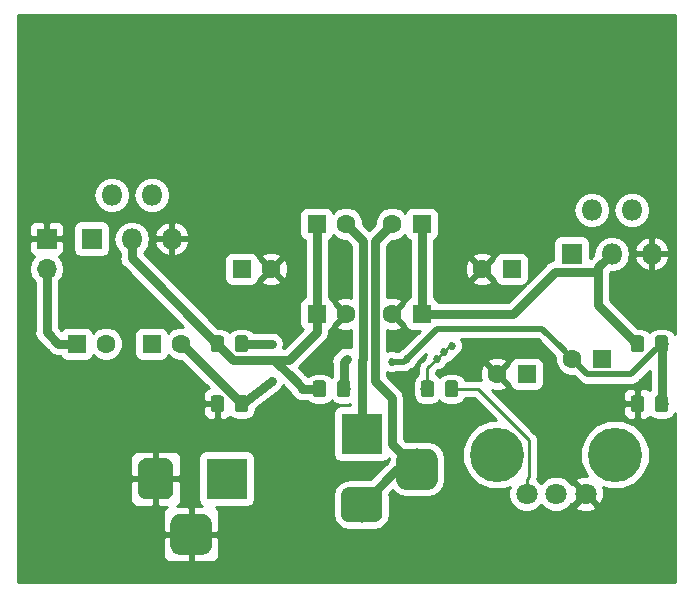
<source format=gtl>
G04 #@! TF.GenerationSoftware,KiCad,Pcbnew,5.0.2+dfsg1-1~bpo9+1*
G04 #@! TF.CreationDate,2020-02-19T00:58:44-05:00*
G04 #@! TF.ProjectId,pcb_amp,7063625f-616d-4702-9e6b-696361645f70,rev?*
G04 #@! TF.SameCoordinates,Original*
G04 #@! TF.FileFunction,Copper,L1,Top*
G04 #@! TF.FilePolarity,Positive*
%FSLAX46Y46*%
G04 Gerber Fmt 4.6, Leading zero omitted, Abs format (unit mm)*
G04 Created by KiCad (PCBNEW 5.0.2+dfsg1-1~bpo9+1) date Wed 19 Feb 2020 12:58:44 AM EST*
%MOMM*%
%LPD*%
G01*
G04 APERTURE LIST*
G04 #@! TA.AperFunction,ComponentPad*
%ADD10C,1.600000*%
G04 #@! TD*
G04 #@! TA.AperFunction,ComponentPad*
%ADD11R,1.600000X1.600000*%
G04 #@! TD*
G04 #@! TA.AperFunction,ComponentPad*
%ADD12R,1.700000X1.700000*%
G04 #@! TD*
G04 #@! TA.AperFunction,ComponentPad*
%ADD13O,1.700000X1.700000*%
G04 #@! TD*
G04 #@! TA.AperFunction,ComponentPad*
%ADD14R,3.500000X3.500000*%
G04 #@! TD*
G04 #@! TA.AperFunction,Conductor*
%ADD15C,0.100000*%
G04 #@! TD*
G04 #@! TA.AperFunction,ComponentPad*
%ADD16C,3.000000*%
G04 #@! TD*
G04 #@! TA.AperFunction,ComponentPad*
%ADD17C,3.500000*%
G04 #@! TD*
G04 #@! TA.AperFunction,SMDPad,CuDef*
%ADD18C,1.150000*%
G04 #@! TD*
G04 #@! TA.AperFunction,ComponentPad*
%ADD19C,1.800000*%
G04 #@! TD*
G04 #@! TA.AperFunction,ComponentPad*
%ADD20C,4.600000*%
G04 #@! TD*
G04 #@! TA.AperFunction,ComponentPad*
%ADD21O,1.800000X1.800000*%
G04 #@! TD*
G04 #@! TA.AperFunction,ComponentPad*
%ADD22R,1.800000X1.800000*%
G04 #@! TD*
G04 #@! TA.AperFunction,ViaPad*
%ADD23C,0.685800*%
G04 #@! TD*
G04 #@! TA.AperFunction,Conductor*
%ADD24C,0.762000*%
G04 #@! TD*
G04 #@! TA.AperFunction,Conductor*
%ADD25C,0.254000*%
G04 #@! TD*
G04 #@! TA.AperFunction,Conductor*
%ADD26C,0.508000*%
G04 #@! TD*
G04 APERTURE END LIST*
D10*
G04 #@! TO.P,C1,2*
G04 #@! TO.N,Net-(C1-Pad2)*
X119340000Y-95250000D03*
D11*
G04 #@! TO.P,C1,1*
G04 #@! TO.N,/OP1INV*
X116840000Y-95250000D03*
G04 #@! TD*
D10*
G04 #@! TO.P,C2,2*
G04 #@! TO.N,/OP1NONINV*
X112990000Y-95250000D03*
D11*
G04 #@! TO.P,C2,1*
G04 #@! TO.N,/INPUT*
X110490000Y-95250000D03*
G04 #@! TD*
G04 #@! TO.P,C3,1*
G04 #@! TO.N,+12V*
X124460000Y-88900000D03*
D10*
G04 #@! TO.P,C3,2*
G04 #@! TO.N,GND*
X126960000Y-88900000D03*
G04 #@! TD*
G04 #@! TO.P,C4,2*
G04 #@! TO.N,GND*
X133310000Y-92710000D03*
D11*
G04 #@! TO.P,C4,1*
G04 #@! TO.N,/OP1OUT*
X130810000Y-92710000D03*
G04 #@! TD*
D10*
G04 #@! TO.P,C5,2*
G04 #@! TO.N,/SPKOUT1*
X133310000Y-85090000D03*
D11*
G04 #@! TO.P,C5,1*
G04 #@! TO.N,/OP1OUT*
X130810000Y-85090000D03*
G04 #@! TD*
G04 #@! TO.P,C6,1*
G04 #@! TO.N,/OP2OUT*
X139700000Y-85090000D03*
D10*
G04 #@! TO.P,C6,2*
G04 #@! TO.N,/SPKOUT2*
X137200000Y-85090000D03*
G04 #@! TD*
D11*
G04 #@! TO.P,C7,1*
G04 #@! TO.N,/OP2OUT*
X139700000Y-92710000D03*
D10*
G04 #@! TO.P,C7,2*
G04 #@! TO.N,GND*
X137200000Y-92710000D03*
G04 #@! TD*
D11*
G04 #@! TO.P,C8,1*
G04 #@! TO.N,+12V*
X147320000Y-88900000D03*
D10*
G04 #@! TO.P,C8,2*
G04 #@! TO.N,GND*
X144820000Y-88900000D03*
G04 #@! TD*
D11*
G04 #@! TO.P,C9,1*
G04 #@! TO.N,/OP2INV*
X154940000Y-96520000D03*
D10*
G04 #@! TO.P,C9,2*
G04 #@! TO.N,Net-(C9-Pad2)*
X152440000Y-96520000D03*
G04 #@! TD*
G04 #@! TO.P,C10,2*
G04 #@! TO.N,GND*
X146090000Y-97790000D03*
D11*
G04 #@! TO.P,C10,1*
G04 #@! TO.N,/OP2NONINV*
X148590000Y-97790000D03*
G04 #@! TD*
D12*
G04 #@! TO.P,J1,1*
G04 #@! TO.N,GND*
X107950000Y-86360000D03*
D13*
G04 #@! TO.P,J1,2*
G04 #@! TO.N,/INPUT*
X107950000Y-88900000D03*
G04 #@! TD*
D14*
G04 #@! TO.P,J2,1*
G04 #@! TO.N,/SPKOUT1*
X134620000Y-102870000D03*
D15*
G04 #@! TD*
G04 #@! TO.N,/SPKOUT2*
G04 #@! TO.C,J2*
G36*
X135693513Y-107373611D02*
X135766318Y-107384411D01*
X135837714Y-107402295D01*
X135907013Y-107427090D01*
X135973548Y-107458559D01*
X136036678Y-107496398D01*
X136095795Y-107540242D01*
X136150330Y-107589670D01*
X136199758Y-107644205D01*
X136243602Y-107703322D01*
X136281441Y-107766452D01*
X136312910Y-107832987D01*
X136337705Y-107902286D01*
X136355589Y-107973682D01*
X136366389Y-108046487D01*
X136370000Y-108120000D01*
X136370000Y-109620000D01*
X136366389Y-109693513D01*
X136355589Y-109766318D01*
X136337705Y-109837714D01*
X136312910Y-109907013D01*
X136281441Y-109973548D01*
X136243602Y-110036678D01*
X136199758Y-110095795D01*
X136150330Y-110150330D01*
X136095795Y-110199758D01*
X136036678Y-110243602D01*
X135973548Y-110281441D01*
X135907013Y-110312910D01*
X135837714Y-110337705D01*
X135766318Y-110355589D01*
X135693513Y-110366389D01*
X135620000Y-110370000D01*
X133620000Y-110370000D01*
X133546487Y-110366389D01*
X133473682Y-110355589D01*
X133402286Y-110337705D01*
X133332987Y-110312910D01*
X133266452Y-110281441D01*
X133203322Y-110243602D01*
X133144205Y-110199758D01*
X133089670Y-110150330D01*
X133040242Y-110095795D01*
X132996398Y-110036678D01*
X132958559Y-109973548D01*
X132927090Y-109907013D01*
X132902295Y-109837714D01*
X132884411Y-109766318D01*
X132873611Y-109693513D01*
X132870000Y-109620000D01*
X132870000Y-108120000D01*
X132873611Y-108046487D01*
X132884411Y-107973682D01*
X132902295Y-107902286D01*
X132927090Y-107832987D01*
X132958559Y-107766452D01*
X132996398Y-107703322D01*
X133040242Y-107644205D01*
X133089670Y-107589670D01*
X133144205Y-107540242D01*
X133203322Y-107496398D01*
X133266452Y-107458559D01*
X133332987Y-107427090D01*
X133402286Y-107402295D01*
X133473682Y-107384411D01*
X133546487Y-107373611D01*
X133620000Y-107370000D01*
X135620000Y-107370000D01*
X135693513Y-107373611D01*
X135693513Y-107373611D01*
G37*
D16*
G04 #@! TO.P,J2,2*
G04 #@! TO.N,/SPKOUT2*
X134620000Y-108870000D03*
D15*
G04 #@! TD*
G04 #@! TO.N,/SPKOUT2*
G04 #@! TO.C,J2*
G36*
X140280765Y-104124213D02*
X140365704Y-104136813D01*
X140448999Y-104157677D01*
X140529848Y-104186605D01*
X140607472Y-104223319D01*
X140681124Y-104267464D01*
X140750094Y-104318616D01*
X140813718Y-104376282D01*
X140871384Y-104439906D01*
X140922536Y-104508876D01*
X140966681Y-104582528D01*
X141003395Y-104660152D01*
X141032323Y-104741001D01*
X141053187Y-104824296D01*
X141065787Y-104909235D01*
X141070000Y-104995000D01*
X141070000Y-106745000D01*
X141065787Y-106830765D01*
X141053187Y-106915704D01*
X141032323Y-106998999D01*
X141003395Y-107079848D01*
X140966681Y-107157472D01*
X140922536Y-107231124D01*
X140871384Y-107300094D01*
X140813718Y-107363718D01*
X140750094Y-107421384D01*
X140681124Y-107472536D01*
X140607472Y-107516681D01*
X140529848Y-107553395D01*
X140448999Y-107582323D01*
X140365704Y-107603187D01*
X140280765Y-107615787D01*
X140195000Y-107620000D01*
X138445000Y-107620000D01*
X138359235Y-107615787D01*
X138274296Y-107603187D01*
X138191001Y-107582323D01*
X138110152Y-107553395D01*
X138032528Y-107516681D01*
X137958876Y-107472536D01*
X137889906Y-107421384D01*
X137826282Y-107363718D01*
X137768616Y-107300094D01*
X137717464Y-107231124D01*
X137673319Y-107157472D01*
X137636605Y-107079848D01*
X137607677Y-106998999D01*
X137586813Y-106915704D01*
X137574213Y-106830765D01*
X137570000Y-106745000D01*
X137570000Y-104995000D01*
X137574213Y-104909235D01*
X137586813Y-104824296D01*
X137607677Y-104741001D01*
X137636605Y-104660152D01*
X137673319Y-104582528D01*
X137717464Y-104508876D01*
X137768616Y-104439906D01*
X137826282Y-104376282D01*
X137889906Y-104318616D01*
X137958876Y-104267464D01*
X138032528Y-104223319D01*
X138110152Y-104186605D01*
X138191001Y-104157677D01*
X138274296Y-104136813D01*
X138359235Y-104124213D01*
X138445000Y-104120000D01*
X140195000Y-104120000D01*
X140280765Y-104124213D01*
X140280765Y-104124213D01*
G37*
D17*
G04 #@! TO.P,J2,3*
G04 #@! TO.N,/SPKOUT2*
X139320000Y-105870000D03*
G04 #@! TD*
D15*
G04 #@! TO.N,Net-(C1-Pad2)*
G04 #@! TO.C,R1*
G36*
X124809505Y-94551204D02*
X124833773Y-94554804D01*
X124857572Y-94560765D01*
X124880671Y-94569030D01*
X124902850Y-94579520D01*
X124923893Y-94592132D01*
X124943599Y-94606747D01*
X124961777Y-94623223D01*
X124978253Y-94641401D01*
X124992868Y-94661107D01*
X125005480Y-94682150D01*
X125015970Y-94704329D01*
X125024235Y-94727428D01*
X125030196Y-94751227D01*
X125033796Y-94775495D01*
X125035000Y-94799999D01*
X125035000Y-95700001D01*
X125033796Y-95724505D01*
X125030196Y-95748773D01*
X125024235Y-95772572D01*
X125015970Y-95795671D01*
X125005480Y-95817850D01*
X124992868Y-95838893D01*
X124978253Y-95858599D01*
X124961777Y-95876777D01*
X124943599Y-95893253D01*
X124923893Y-95907868D01*
X124902850Y-95920480D01*
X124880671Y-95930970D01*
X124857572Y-95939235D01*
X124833773Y-95945196D01*
X124809505Y-95948796D01*
X124785001Y-95950000D01*
X124134999Y-95950000D01*
X124110495Y-95948796D01*
X124086227Y-95945196D01*
X124062428Y-95939235D01*
X124039329Y-95930970D01*
X124017150Y-95920480D01*
X123996107Y-95907868D01*
X123976401Y-95893253D01*
X123958223Y-95876777D01*
X123941747Y-95858599D01*
X123927132Y-95838893D01*
X123914520Y-95817850D01*
X123904030Y-95795671D01*
X123895765Y-95772572D01*
X123889804Y-95748773D01*
X123886204Y-95724505D01*
X123885000Y-95700001D01*
X123885000Y-94799999D01*
X123886204Y-94775495D01*
X123889804Y-94751227D01*
X123895765Y-94727428D01*
X123904030Y-94704329D01*
X123914520Y-94682150D01*
X123927132Y-94661107D01*
X123941747Y-94641401D01*
X123958223Y-94623223D01*
X123976401Y-94606747D01*
X123996107Y-94592132D01*
X124017150Y-94579520D01*
X124039329Y-94569030D01*
X124062428Y-94560765D01*
X124086227Y-94554804D01*
X124110495Y-94551204D01*
X124134999Y-94550000D01*
X124785001Y-94550000D01*
X124809505Y-94551204D01*
X124809505Y-94551204D01*
G37*
D18*
G04 #@! TD*
G04 #@! TO.P,R1,2*
G04 #@! TO.N,Net-(C1-Pad2)*
X124460000Y-95250000D03*
D15*
G04 #@! TO.N,/OP1OUT*
G04 #@! TO.C,R1*
G36*
X122759505Y-94551204D02*
X122783773Y-94554804D01*
X122807572Y-94560765D01*
X122830671Y-94569030D01*
X122852850Y-94579520D01*
X122873893Y-94592132D01*
X122893599Y-94606747D01*
X122911777Y-94623223D01*
X122928253Y-94641401D01*
X122942868Y-94661107D01*
X122955480Y-94682150D01*
X122965970Y-94704329D01*
X122974235Y-94727428D01*
X122980196Y-94751227D01*
X122983796Y-94775495D01*
X122985000Y-94799999D01*
X122985000Y-95700001D01*
X122983796Y-95724505D01*
X122980196Y-95748773D01*
X122974235Y-95772572D01*
X122965970Y-95795671D01*
X122955480Y-95817850D01*
X122942868Y-95838893D01*
X122928253Y-95858599D01*
X122911777Y-95876777D01*
X122893599Y-95893253D01*
X122873893Y-95907868D01*
X122852850Y-95920480D01*
X122830671Y-95930970D01*
X122807572Y-95939235D01*
X122783773Y-95945196D01*
X122759505Y-95948796D01*
X122735001Y-95950000D01*
X122084999Y-95950000D01*
X122060495Y-95948796D01*
X122036227Y-95945196D01*
X122012428Y-95939235D01*
X121989329Y-95930970D01*
X121967150Y-95920480D01*
X121946107Y-95907868D01*
X121926401Y-95893253D01*
X121908223Y-95876777D01*
X121891747Y-95858599D01*
X121877132Y-95838893D01*
X121864520Y-95817850D01*
X121854030Y-95795671D01*
X121845765Y-95772572D01*
X121839804Y-95748773D01*
X121836204Y-95724505D01*
X121835000Y-95700001D01*
X121835000Y-94799999D01*
X121836204Y-94775495D01*
X121839804Y-94751227D01*
X121845765Y-94727428D01*
X121854030Y-94704329D01*
X121864520Y-94682150D01*
X121877132Y-94661107D01*
X121891747Y-94641401D01*
X121908223Y-94623223D01*
X121926401Y-94606747D01*
X121946107Y-94592132D01*
X121967150Y-94579520D01*
X121989329Y-94569030D01*
X122012428Y-94560765D01*
X122036227Y-94554804D01*
X122060495Y-94551204D01*
X122084999Y-94550000D01*
X122735001Y-94550000D01*
X122759505Y-94551204D01*
X122759505Y-94551204D01*
G37*
D18*
G04 #@! TD*
G04 #@! TO.P,R1,1*
G04 #@! TO.N,/OP1OUT*
X122410000Y-95250000D03*
D15*
G04 #@! TO.N,Net-(C1-Pad2)*
G04 #@! TO.C,R2*
G36*
X124809505Y-99631204D02*
X124833773Y-99634804D01*
X124857572Y-99640765D01*
X124880671Y-99649030D01*
X124902850Y-99659520D01*
X124923893Y-99672132D01*
X124943599Y-99686747D01*
X124961777Y-99703223D01*
X124978253Y-99721401D01*
X124992868Y-99741107D01*
X125005480Y-99762150D01*
X125015970Y-99784329D01*
X125024235Y-99807428D01*
X125030196Y-99831227D01*
X125033796Y-99855495D01*
X125035000Y-99879999D01*
X125035000Y-100780001D01*
X125033796Y-100804505D01*
X125030196Y-100828773D01*
X125024235Y-100852572D01*
X125015970Y-100875671D01*
X125005480Y-100897850D01*
X124992868Y-100918893D01*
X124978253Y-100938599D01*
X124961777Y-100956777D01*
X124943599Y-100973253D01*
X124923893Y-100987868D01*
X124902850Y-101000480D01*
X124880671Y-101010970D01*
X124857572Y-101019235D01*
X124833773Y-101025196D01*
X124809505Y-101028796D01*
X124785001Y-101030000D01*
X124134999Y-101030000D01*
X124110495Y-101028796D01*
X124086227Y-101025196D01*
X124062428Y-101019235D01*
X124039329Y-101010970D01*
X124017150Y-101000480D01*
X123996107Y-100987868D01*
X123976401Y-100973253D01*
X123958223Y-100956777D01*
X123941747Y-100938599D01*
X123927132Y-100918893D01*
X123914520Y-100897850D01*
X123904030Y-100875671D01*
X123895765Y-100852572D01*
X123889804Y-100828773D01*
X123886204Y-100804505D01*
X123885000Y-100780001D01*
X123885000Y-99879999D01*
X123886204Y-99855495D01*
X123889804Y-99831227D01*
X123895765Y-99807428D01*
X123904030Y-99784329D01*
X123914520Y-99762150D01*
X123927132Y-99741107D01*
X123941747Y-99721401D01*
X123958223Y-99703223D01*
X123976401Y-99686747D01*
X123996107Y-99672132D01*
X124017150Y-99659520D01*
X124039329Y-99649030D01*
X124062428Y-99640765D01*
X124086227Y-99634804D01*
X124110495Y-99631204D01*
X124134999Y-99630000D01*
X124785001Y-99630000D01*
X124809505Y-99631204D01*
X124809505Y-99631204D01*
G37*
D18*
G04 #@! TD*
G04 #@! TO.P,R2,1*
G04 #@! TO.N,Net-(C1-Pad2)*
X124460000Y-100330000D03*
D15*
G04 #@! TO.N,GND*
G04 #@! TO.C,R2*
G36*
X122759505Y-99631204D02*
X122783773Y-99634804D01*
X122807572Y-99640765D01*
X122830671Y-99649030D01*
X122852850Y-99659520D01*
X122873893Y-99672132D01*
X122893599Y-99686747D01*
X122911777Y-99703223D01*
X122928253Y-99721401D01*
X122942868Y-99741107D01*
X122955480Y-99762150D01*
X122965970Y-99784329D01*
X122974235Y-99807428D01*
X122980196Y-99831227D01*
X122983796Y-99855495D01*
X122985000Y-99879999D01*
X122985000Y-100780001D01*
X122983796Y-100804505D01*
X122980196Y-100828773D01*
X122974235Y-100852572D01*
X122965970Y-100875671D01*
X122955480Y-100897850D01*
X122942868Y-100918893D01*
X122928253Y-100938599D01*
X122911777Y-100956777D01*
X122893599Y-100973253D01*
X122873893Y-100987868D01*
X122852850Y-101000480D01*
X122830671Y-101010970D01*
X122807572Y-101019235D01*
X122783773Y-101025196D01*
X122759505Y-101028796D01*
X122735001Y-101030000D01*
X122084999Y-101030000D01*
X122060495Y-101028796D01*
X122036227Y-101025196D01*
X122012428Y-101019235D01*
X121989329Y-101010970D01*
X121967150Y-101000480D01*
X121946107Y-100987868D01*
X121926401Y-100973253D01*
X121908223Y-100956777D01*
X121891747Y-100938599D01*
X121877132Y-100918893D01*
X121864520Y-100897850D01*
X121854030Y-100875671D01*
X121845765Y-100852572D01*
X121839804Y-100828773D01*
X121836204Y-100804505D01*
X121835000Y-100780001D01*
X121835000Y-99879999D01*
X121836204Y-99855495D01*
X121839804Y-99831227D01*
X121845765Y-99807428D01*
X121854030Y-99784329D01*
X121864520Y-99762150D01*
X121877132Y-99741107D01*
X121891747Y-99721401D01*
X121908223Y-99703223D01*
X121926401Y-99686747D01*
X121946107Y-99672132D01*
X121967150Y-99659520D01*
X121989329Y-99649030D01*
X122012428Y-99640765D01*
X122036227Y-99634804D01*
X122060495Y-99631204D01*
X122084999Y-99630000D01*
X122735001Y-99630000D01*
X122759505Y-99631204D01*
X122759505Y-99631204D01*
G37*
D18*
G04 #@! TD*
G04 #@! TO.P,R2,2*
G04 #@! TO.N,GND*
X122410000Y-100330000D03*
D15*
G04 #@! TO.N,/OP1OUT*
G04 #@! TO.C,R3*
G36*
X131404505Y-98361204D02*
X131428773Y-98364804D01*
X131452572Y-98370765D01*
X131475671Y-98379030D01*
X131497850Y-98389520D01*
X131518893Y-98402132D01*
X131538599Y-98416747D01*
X131556777Y-98433223D01*
X131573253Y-98451401D01*
X131587868Y-98471107D01*
X131600480Y-98492150D01*
X131610970Y-98514329D01*
X131619235Y-98537428D01*
X131625196Y-98561227D01*
X131628796Y-98585495D01*
X131630000Y-98609999D01*
X131630000Y-99510001D01*
X131628796Y-99534505D01*
X131625196Y-99558773D01*
X131619235Y-99582572D01*
X131610970Y-99605671D01*
X131600480Y-99627850D01*
X131587868Y-99648893D01*
X131573253Y-99668599D01*
X131556777Y-99686777D01*
X131538599Y-99703253D01*
X131518893Y-99717868D01*
X131497850Y-99730480D01*
X131475671Y-99740970D01*
X131452572Y-99749235D01*
X131428773Y-99755196D01*
X131404505Y-99758796D01*
X131380001Y-99760000D01*
X130729999Y-99760000D01*
X130705495Y-99758796D01*
X130681227Y-99755196D01*
X130657428Y-99749235D01*
X130634329Y-99740970D01*
X130612150Y-99730480D01*
X130591107Y-99717868D01*
X130571401Y-99703253D01*
X130553223Y-99686777D01*
X130536747Y-99668599D01*
X130522132Y-99648893D01*
X130509520Y-99627850D01*
X130499030Y-99605671D01*
X130490765Y-99582572D01*
X130484804Y-99558773D01*
X130481204Y-99534505D01*
X130480000Y-99510001D01*
X130480000Y-98609999D01*
X130481204Y-98585495D01*
X130484804Y-98561227D01*
X130490765Y-98537428D01*
X130499030Y-98514329D01*
X130509520Y-98492150D01*
X130522132Y-98471107D01*
X130536747Y-98451401D01*
X130553223Y-98433223D01*
X130571401Y-98416747D01*
X130591107Y-98402132D01*
X130612150Y-98389520D01*
X130634329Y-98379030D01*
X130657428Y-98370765D01*
X130681227Y-98364804D01*
X130705495Y-98361204D01*
X130729999Y-98360000D01*
X131380001Y-98360000D01*
X131404505Y-98361204D01*
X131404505Y-98361204D01*
G37*
D18*
G04 #@! TD*
G04 #@! TO.P,R3,2*
G04 #@! TO.N,/OP1OUT*
X131055000Y-99060000D03*
D15*
G04 #@! TO.N,Net-(C9-Pad2)*
G04 #@! TO.C,R3*
G36*
X133454505Y-98361204D02*
X133478773Y-98364804D01*
X133502572Y-98370765D01*
X133525671Y-98379030D01*
X133547850Y-98389520D01*
X133568893Y-98402132D01*
X133588599Y-98416747D01*
X133606777Y-98433223D01*
X133623253Y-98451401D01*
X133637868Y-98471107D01*
X133650480Y-98492150D01*
X133660970Y-98514329D01*
X133669235Y-98537428D01*
X133675196Y-98561227D01*
X133678796Y-98585495D01*
X133680000Y-98609999D01*
X133680000Y-99510001D01*
X133678796Y-99534505D01*
X133675196Y-99558773D01*
X133669235Y-99582572D01*
X133660970Y-99605671D01*
X133650480Y-99627850D01*
X133637868Y-99648893D01*
X133623253Y-99668599D01*
X133606777Y-99686777D01*
X133588599Y-99703253D01*
X133568893Y-99717868D01*
X133547850Y-99730480D01*
X133525671Y-99740970D01*
X133502572Y-99749235D01*
X133478773Y-99755196D01*
X133454505Y-99758796D01*
X133430001Y-99760000D01*
X132779999Y-99760000D01*
X132755495Y-99758796D01*
X132731227Y-99755196D01*
X132707428Y-99749235D01*
X132684329Y-99740970D01*
X132662150Y-99730480D01*
X132641107Y-99717868D01*
X132621401Y-99703253D01*
X132603223Y-99686777D01*
X132586747Y-99668599D01*
X132572132Y-99648893D01*
X132559520Y-99627850D01*
X132549030Y-99605671D01*
X132540765Y-99582572D01*
X132534804Y-99558773D01*
X132531204Y-99534505D01*
X132530000Y-99510001D01*
X132530000Y-98609999D01*
X132531204Y-98585495D01*
X132534804Y-98561227D01*
X132540765Y-98537428D01*
X132549030Y-98514329D01*
X132559520Y-98492150D01*
X132572132Y-98471107D01*
X132586747Y-98451401D01*
X132603223Y-98433223D01*
X132621401Y-98416747D01*
X132641107Y-98402132D01*
X132662150Y-98389520D01*
X132684329Y-98379030D01*
X132707428Y-98370765D01*
X132731227Y-98364804D01*
X132755495Y-98361204D01*
X132779999Y-98360000D01*
X133430001Y-98360000D01*
X133454505Y-98361204D01*
X133454505Y-98361204D01*
G37*
D18*
G04 #@! TD*
G04 #@! TO.P,R3,1*
G04 #@! TO.N,Net-(C9-Pad2)*
X133105000Y-99060000D03*
D15*
G04 #@! TO.N,/OP2OUT*
G04 #@! TO.C,R4*
G36*
X158319505Y-94551204D02*
X158343773Y-94554804D01*
X158367572Y-94560765D01*
X158390671Y-94569030D01*
X158412850Y-94579520D01*
X158433893Y-94592132D01*
X158453599Y-94606747D01*
X158471777Y-94623223D01*
X158488253Y-94641401D01*
X158502868Y-94661107D01*
X158515480Y-94682150D01*
X158525970Y-94704329D01*
X158534235Y-94727428D01*
X158540196Y-94751227D01*
X158543796Y-94775495D01*
X158545000Y-94799999D01*
X158545000Y-95700001D01*
X158543796Y-95724505D01*
X158540196Y-95748773D01*
X158534235Y-95772572D01*
X158525970Y-95795671D01*
X158515480Y-95817850D01*
X158502868Y-95838893D01*
X158488253Y-95858599D01*
X158471777Y-95876777D01*
X158453599Y-95893253D01*
X158433893Y-95907868D01*
X158412850Y-95920480D01*
X158390671Y-95930970D01*
X158367572Y-95939235D01*
X158343773Y-95945196D01*
X158319505Y-95948796D01*
X158295001Y-95950000D01*
X157644999Y-95950000D01*
X157620495Y-95948796D01*
X157596227Y-95945196D01*
X157572428Y-95939235D01*
X157549329Y-95930970D01*
X157527150Y-95920480D01*
X157506107Y-95907868D01*
X157486401Y-95893253D01*
X157468223Y-95876777D01*
X157451747Y-95858599D01*
X157437132Y-95838893D01*
X157424520Y-95817850D01*
X157414030Y-95795671D01*
X157405765Y-95772572D01*
X157399804Y-95748773D01*
X157396204Y-95724505D01*
X157395000Y-95700001D01*
X157395000Y-94799999D01*
X157396204Y-94775495D01*
X157399804Y-94751227D01*
X157405765Y-94727428D01*
X157414030Y-94704329D01*
X157424520Y-94682150D01*
X157437132Y-94661107D01*
X157451747Y-94641401D01*
X157468223Y-94623223D01*
X157486401Y-94606747D01*
X157506107Y-94592132D01*
X157527150Y-94579520D01*
X157549329Y-94569030D01*
X157572428Y-94560765D01*
X157596227Y-94554804D01*
X157620495Y-94551204D01*
X157644999Y-94550000D01*
X158295001Y-94550000D01*
X158319505Y-94551204D01*
X158319505Y-94551204D01*
G37*
D18*
G04 #@! TD*
G04 #@! TO.P,R4,1*
G04 #@! TO.N,/OP2OUT*
X157970000Y-95250000D03*
D15*
G04 #@! TO.N,Net-(C9-Pad2)*
G04 #@! TO.C,R4*
G36*
X160369505Y-94551204D02*
X160393773Y-94554804D01*
X160417572Y-94560765D01*
X160440671Y-94569030D01*
X160462850Y-94579520D01*
X160483893Y-94592132D01*
X160503599Y-94606747D01*
X160521777Y-94623223D01*
X160538253Y-94641401D01*
X160552868Y-94661107D01*
X160565480Y-94682150D01*
X160575970Y-94704329D01*
X160584235Y-94727428D01*
X160590196Y-94751227D01*
X160593796Y-94775495D01*
X160595000Y-94799999D01*
X160595000Y-95700001D01*
X160593796Y-95724505D01*
X160590196Y-95748773D01*
X160584235Y-95772572D01*
X160575970Y-95795671D01*
X160565480Y-95817850D01*
X160552868Y-95838893D01*
X160538253Y-95858599D01*
X160521777Y-95876777D01*
X160503599Y-95893253D01*
X160483893Y-95907868D01*
X160462850Y-95920480D01*
X160440671Y-95930970D01*
X160417572Y-95939235D01*
X160393773Y-95945196D01*
X160369505Y-95948796D01*
X160345001Y-95950000D01*
X159694999Y-95950000D01*
X159670495Y-95948796D01*
X159646227Y-95945196D01*
X159622428Y-95939235D01*
X159599329Y-95930970D01*
X159577150Y-95920480D01*
X159556107Y-95907868D01*
X159536401Y-95893253D01*
X159518223Y-95876777D01*
X159501747Y-95858599D01*
X159487132Y-95838893D01*
X159474520Y-95817850D01*
X159464030Y-95795671D01*
X159455765Y-95772572D01*
X159449804Y-95748773D01*
X159446204Y-95724505D01*
X159445000Y-95700001D01*
X159445000Y-94799999D01*
X159446204Y-94775495D01*
X159449804Y-94751227D01*
X159455765Y-94727428D01*
X159464030Y-94704329D01*
X159474520Y-94682150D01*
X159487132Y-94661107D01*
X159501747Y-94641401D01*
X159518223Y-94623223D01*
X159536401Y-94606747D01*
X159556107Y-94592132D01*
X159577150Y-94579520D01*
X159599329Y-94569030D01*
X159622428Y-94560765D01*
X159646227Y-94554804D01*
X159670495Y-94551204D01*
X159694999Y-94550000D01*
X160345001Y-94550000D01*
X160369505Y-94551204D01*
X160369505Y-94551204D01*
G37*
D18*
G04 #@! TD*
G04 #@! TO.P,R4,2*
G04 #@! TO.N,Net-(C9-Pad2)*
X160020000Y-95250000D03*
D15*
G04 #@! TO.N,GND*
G04 #@! TO.C,R5*
G36*
X158319505Y-99631204D02*
X158343773Y-99634804D01*
X158367572Y-99640765D01*
X158390671Y-99649030D01*
X158412850Y-99659520D01*
X158433893Y-99672132D01*
X158453599Y-99686747D01*
X158471777Y-99703223D01*
X158488253Y-99721401D01*
X158502868Y-99741107D01*
X158515480Y-99762150D01*
X158525970Y-99784329D01*
X158534235Y-99807428D01*
X158540196Y-99831227D01*
X158543796Y-99855495D01*
X158545000Y-99879999D01*
X158545000Y-100780001D01*
X158543796Y-100804505D01*
X158540196Y-100828773D01*
X158534235Y-100852572D01*
X158525970Y-100875671D01*
X158515480Y-100897850D01*
X158502868Y-100918893D01*
X158488253Y-100938599D01*
X158471777Y-100956777D01*
X158453599Y-100973253D01*
X158433893Y-100987868D01*
X158412850Y-101000480D01*
X158390671Y-101010970D01*
X158367572Y-101019235D01*
X158343773Y-101025196D01*
X158319505Y-101028796D01*
X158295001Y-101030000D01*
X157644999Y-101030000D01*
X157620495Y-101028796D01*
X157596227Y-101025196D01*
X157572428Y-101019235D01*
X157549329Y-101010970D01*
X157527150Y-101000480D01*
X157506107Y-100987868D01*
X157486401Y-100973253D01*
X157468223Y-100956777D01*
X157451747Y-100938599D01*
X157437132Y-100918893D01*
X157424520Y-100897850D01*
X157414030Y-100875671D01*
X157405765Y-100852572D01*
X157399804Y-100828773D01*
X157396204Y-100804505D01*
X157395000Y-100780001D01*
X157395000Y-99879999D01*
X157396204Y-99855495D01*
X157399804Y-99831227D01*
X157405765Y-99807428D01*
X157414030Y-99784329D01*
X157424520Y-99762150D01*
X157437132Y-99741107D01*
X157451747Y-99721401D01*
X157468223Y-99703223D01*
X157486401Y-99686747D01*
X157506107Y-99672132D01*
X157527150Y-99659520D01*
X157549329Y-99649030D01*
X157572428Y-99640765D01*
X157596227Y-99634804D01*
X157620495Y-99631204D01*
X157644999Y-99630000D01*
X158295001Y-99630000D01*
X158319505Y-99631204D01*
X158319505Y-99631204D01*
G37*
D18*
G04 #@! TD*
G04 #@! TO.P,R5,2*
G04 #@! TO.N,GND*
X157970000Y-100330000D03*
D15*
G04 #@! TO.N,Net-(C9-Pad2)*
G04 #@! TO.C,R5*
G36*
X160369505Y-99631204D02*
X160393773Y-99634804D01*
X160417572Y-99640765D01*
X160440671Y-99649030D01*
X160462850Y-99659520D01*
X160483893Y-99672132D01*
X160503599Y-99686747D01*
X160521777Y-99703223D01*
X160538253Y-99721401D01*
X160552868Y-99741107D01*
X160565480Y-99762150D01*
X160575970Y-99784329D01*
X160584235Y-99807428D01*
X160590196Y-99831227D01*
X160593796Y-99855495D01*
X160595000Y-99879999D01*
X160595000Y-100780001D01*
X160593796Y-100804505D01*
X160590196Y-100828773D01*
X160584235Y-100852572D01*
X160575970Y-100875671D01*
X160565480Y-100897850D01*
X160552868Y-100918893D01*
X160538253Y-100938599D01*
X160521777Y-100956777D01*
X160503599Y-100973253D01*
X160483893Y-100987868D01*
X160462850Y-101000480D01*
X160440671Y-101010970D01*
X160417572Y-101019235D01*
X160393773Y-101025196D01*
X160369505Y-101028796D01*
X160345001Y-101030000D01*
X159694999Y-101030000D01*
X159670495Y-101028796D01*
X159646227Y-101025196D01*
X159622428Y-101019235D01*
X159599329Y-101010970D01*
X159577150Y-101000480D01*
X159556107Y-100987868D01*
X159536401Y-100973253D01*
X159518223Y-100956777D01*
X159501747Y-100938599D01*
X159487132Y-100918893D01*
X159474520Y-100897850D01*
X159464030Y-100875671D01*
X159455765Y-100852572D01*
X159449804Y-100828773D01*
X159446204Y-100804505D01*
X159445000Y-100780001D01*
X159445000Y-99879999D01*
X159446204Y-99855495D01*
X159449804Y-99831227D01*
X159455765Y-99807428D01*
X159464030Y-99784329D01*
X159474520Y-99762150D01*
X159487132Y-99741107D01*
X159501747Y-99721401D01*
X159518223Y-99703223D01*
X159536401Y-99686747D01*
X159556107Y-99672132D01*
X159577150Y-99659520D01*
X159599329Y-99649030D01*
X159622428Y-99640765D01*
X159646227Y-99634804D01*
X159670495Y-99631204D01*
X159694999Y-99630000D01*
X160345001Y-99630000D01*
X160369505Y-99631204D01*
X160369505Y-99631204D01*
G37*
D18*
G04 #@! TD*
G04 #@! TO.P,R5,1*
G04 #@! TO.N,Net-(C9-Pad2)*
X160020000Y-100330000D03*
D15*
G04 #@! TO.N,/VOLPOT*
G04 #@! TO.C,R6*
G36*
X142589505Y-98361204D02*
X142613773Y-98364804D01*
X142637572Y-98370765D01*
X142660671Y-98379030D01*
X142682850Y-98389520D01*
X142703893Y-98402132D01*
X142723599Y-98416747D01*
X142741777Y-98433223D01*
X142758253Y-98451401D01*
X142772868Y-98471107D01*
X142785480Y-98492150D01*
X142795970Y-98514329D01*
X142804235Y-98537428D01*
X142810196Y-98561227D01*
X142813796Y-98585495D01*
X142815000Y-98609999D01*
X142815000Y-99510001D01*
X142813796Y-99534505D01*
X142810196Y-99558773D01*
X142804235Y-99582572D01*
X142795970Y-99605671D01*
X142785480Y-99627850D01*
X142772868Y-99648893D01*
X142758253Y-99668599D01*
X142741777Y-99686777D01*
X142723599Y-99703253D01*
X142703893Y-99717868D01*
X142682850Y-99730480D01*
X142660671Y-99740970D01*
X142637572Y-99749235D01*
X142613773Y-99755196D01*
X142589505Y-99758796D01*
X142565001Y-99760000D01*
X141914999Y-99760000D01*
X141890495Y-99758796D01*
X141866227Y-99755196D01*
X141842428Y-99749235D01*
X141819329Y-99740970D01*
X141797150Y-99730480D01*
X141776107Y-99717868D01*
X141756401Y-99703253D01*
X141738223Y-99686777D01*
X141721747Y-99668599D01*
X141707132Y-99648893D01*
X141694520Y-99627850D01*
X141684030Y-99605671D01*
X141675765Y-99582572D01*
X141669804Y-99558773D01*
X141666204Y-99534505D01*
X141665000Y-99510001D01*
X141665000Y-98609999D01*
X141666204Y-98585495D01*
X141669804Y-98561227D01*
X141675765Y-98537428D01*
X141684030Y-98514329D01*
X141694520Y-98492150D01*
X141707132Y-98471107D01*
X141721747Y-98451401D01*
X141738223Y-98433223D01*
X141756401Y-98416747D01*
X141776107Y-98402132D01*
X141797150Y-98389520D01*
X141819329Y-98379030D01*
X141842428Y-98370765D01*
X141866227Y-98364804D01*
X141890495Y-98361204D01*
X141914999Y-98360000D01*
X142565001Y-98360000D01*
X142589505Y-98361204D01*
X142589505Y-98361204D01*
G37*
D18*
G04 #@! TD*
G04 #@! TO.P,R6,1*
G04 #@! TO.N,/VOLPOT*
X142240000Y-99060000D03*
D15*
G04 #@! TO.N,+12V*
G04 #@! TO.C,R6*
G36*
X140539505Y-98361204D02*
X140563773Y-98364804D01*
X140587572Y-98370765D01*
X140610671Y-98379030D01*
X140632850Y-98389520D01*
X140653893Y-98402132D01*
X140673599Y-98416747D01*
X140691777Y-98433223D01*
X140708253Y-98451401D01*
X140722868Y-98471107D01*
X140735480Y-98492150D01*
X140745970Y-98514329D01*
X140754235Y-98537428D01*
X140760196Y-98561227D01*
X140763796Y-98585495D01*
X140765000Y-98609999D01*
X140765000Y-99510001D01*
X140763796Y-99534505D01*
X140760196Y-99558773D01*
X140754235Y-99582572D01*
X140745970Y-99605671D01*
X140735480Y-99627850D01*
X140722868Y-99648893D01*
X140708253Y-99668599D01*
X140691777Y-99686777D01*
X140673599Y-99703253D01*
X140653893Y-99717868D01*
X140632850Y-99730480D01*
X140610671Y-99740970D01*
X140587572Y-99749235D01*
X140563773Y-99755196D01*
X140539505Y-99758796D01*
X140515001Y-99760000D01*
X139864999Y-99760000D01*
X139840495Y-99758796D01*
X139816227Y-99755196D01*
X139792428Y-99749235D01*
X139769329Y-99740970D01*
X139747150Y-99730480D01*
X139726107Y-99717868D01*
X139706401Y-99703253D01*
X139688223Y-99686777D01*
X139671747Y-99668599D01*
X139657132Y-99648893D01*
X139644520Y-99627850D01*
X139634030Y-99605671D01*
X139625765Y-99582572D01*
X139619804Y-99558773D01*
X139616204Y-99534505D01*
X139615000Y-99510001D01*
X139615000Y-98609999D01*
X139616204Y-98585495D01*
X139619804Y-98561227D01*
X139625765Y-98537428D01*
X139634030Y-98514329D01*
X139644520Y-98492150D01*
X139657132Y-98471107D01*
X139671747Y-98451401D01*
X139688223Y-98433223D01*
X139706401Y-98416747D01*
X139726107Y-98402132D01*
X139747150Y-98389520D01*
X139769329Y-98379030D01*
X139792428Y-98370765D01*
X139816227Y-98364804D01*
X139840495Y-98361204D01*
X139864999Y-98360000D01*
X140515001Y-98360000D01*
X140539505Y-98361204D01*
X140539505Y-98361204D01*
G37*
D18*
G04 #@! TD*
G04 #@! TO.P,R6,2*
G04 #@! TO.N,+12V*
X140190000Y-99060000D03*
D19*
G04 #@! TO.P,RV1,3*
G04 #@! TO.N,GND*
X153590000Y-107950000D03*
G04 #@! TO.P,RV1,2*
G04 #@! TO.N,/OP2NONINV*
X151090000Y-107950000D03*
G04 #@! TO.P,RV1,1*
G04 #@! TO.N,/VOLPOT*
X148590000Y-107950000D03*
D20*
G04 #@! TO.P,RV1,*
G04 #@! TO.N,*
X156090000Y-104650000D03*
X146090000Y-104650000D03*
G04 #@! TD*
D21*
G04 #@! TO.P,U1,5*
G04 #@! TO.N,GND*
X118560000Y-86360000D03*
G04 #@! TO.P,U1,4*
G04 #@! TO.N,+12V*
X116860000Y-82660000D03*
G04 #@! TO.P,U1,3*
G04 #@! TO.N,/OP1OUT*
X115160000Y-86360000D03*
G04 #@! TO.P,U1,2*
G04 #@! TO.N,/OP1INV*
X113460000Y-82660000D03*
D22*
G04 #@! TO.P,U1,1*
G04 #@! TO.N,/OP1NONINV*
X111760000Y-86360000D03*
G04 #@! TD*
G04 #@! TO.P,U2,1*
G04 #@! TO.N,/OP2NONINV*
X152400000Y-87630000D03*
D21*
G04 #@! TO.P,U2,2*
G04 #@! TO.N,/OP2INV*
X154100000Y-83930000D03*
G04 #@! TO.P,U2,3*
G04 #@! TO.N,/OP2OUT*
X155800000Y-87630000D03*
G04 #@! TO.P,U2,4*
G04 #@! TO.N,+12V*
X157500000Y-83930000D03*
G04 #@! TO.P,U2,5*
G04 #@! TO.N,GND*
X159200000Y-87630000D03*
G04 #@! TD*
D14*
G04 #@! TO.P,J3,1*
G04 #@! TO.N,+12V*
X123190000Y-106680000D03*
D15*
G04 #@! TD*
G04 #@! TO.N,GND*
G04 #@! TO.C,J3*
G36*
X118013513Y-104933611D02*
X118086318Y-104944411D01*
X118157714Y-104962295D01*
X118227013Y-104987090D01*
X118293548Y-105018559D01*
X118356678Y-105056398D01*
X118415795Y-105100242D01*
X118470330Y-105149670D01*
X118519758Y-105204205D01*
X118563602Y-105263322D01*
X118601441Y-105326452D01*
X118632910Y-105392987D01*
X118657705Y-105462286D01*
X118675589Y-105533682D01*
X118686389Y-105606487D01*
X118690000Y-105680000D01*
X118690000Y-107680000D01*
X118686389Y-107753513D01*
X118675589Y-107826318D01*
X118657705Y-107897714D01*
X118632910Y-107967013D01*
X118601441Y-108033548D01*
X118563602Y-108096678D01*
X118519758Y-108155795D01*
X118470330Y-108210330D01*
X118415795Y-108259758D01*
X118356678Y-108303602D01*
X118293548Y-108341441D01*
X118227013Y-108372910D01*
X118157714Y-108397705D01*
X118086318Y-108415589D01*
X118013513Y-108426389D01*
X117940000Y-108430000D01*
X116440000Y-108430000D01*
X116366487Y-108426389D01*
X116293682Y-108415589D01*
X116222286Y-108397705D01*
X116152987Y-108372910D01*
X116086452Y-108341441D01*
X116023322Y-108303602D01*
X115964205Y-108259758D01*
X115909670Y-108210330D01*
X115860242Y-108155795D01*
X115816398Y-108096678D01*
X115778559Y-108033548D01*
X115747090Y-107967013D01*
X115722295Y-107897714D01*
X115704411Y-107826318D01*
X115693611Y-107753513D01*
X115690000Y-107680000D01*
X115690000Y-105680000D01*
X115693611Y-105606487D01*
X115704411Y-105533682D01*
X115722295Y-105462286D01*
X115747090Y-105392987D01*
X115778559Y-105326452D01*
X115816398Y-105263322D01*
X115860242Y-105204205D01*
X115909670Y-105149670D01*
X115964205Y-105100242D01*
X116023322Y-105056398D01*
X116086452Y-105018559D01*
X116152987Y-104987090D01*
X116222286Y-104962295D01*
X116293682Y-104944411D01*
X116366487Y-104933611D01*
X116440000Y-104930000D01*
X117940000Y-104930000D01*
X118013513Y-104933611D01*
X118013513Y-104933611D01*
G37*
D16*
G04 #@! TO.P,J3,2*
G04 #@! TO.N,GND*
X117190000Y-106680000D03*
D15*
G04 #@! TD*
G04 #@! TO.N,GND*
G04 #@! TO.C,J3*
G36*
X121150765Y-109634213D02*
X121235704Y-109646813D01*
X121318999Y-109667677D01*
X121399848Y-109696605D01*
X121477472Y-109733319D01*
X121551124Y-109777464D01*
X121620094Y-109828616D01*
X121683718Y-109886282D01*
X121741384Y-109949906D01*
X121792536Y-110018876D01*
X121836681Y-110092528D01*
X121873395Y-110170152D01*
X121902323Y-110251001D01*
X121923187Y-110334296D01*
X121935787Y-110419235D01*
X121940000Y-110505000D01*
X121940000Y-112255000D01*
X121935787Y-112340765D01*
X121923187Y-112425704D01*
X121902323Y-112508999D01*
X121873395Y-112589848D01*
X121836681Y-112667472D01*
X121792536Y-112741124D01*
X121741384Y-112810094D01*
X121683718Y-112873718D01*
X121620094Y-112931384D01*
X121551124Y-112982536D01*
X121477472Y-113026681D01*
X121399848Y-113063395D01*
X121318999Y-113092323D01*
X121235704Y-113113187D01*
X121150765Y-113125787D01*
X121065000Y-113130000D01*
X119315000Y-113130000D01*
X119229235Y-113125787D01*
X119144296Y-113113187D01*
X119061001Y-113092323D01*
X118980152Y-113063395D01*
X118902528Y-113026681D01*
X118828876Y-112982536D01*
X118759906Y-112931384D01*
X118696282Y-112873718D01*
X118638616Y-112810094D01*
X118587464Y-112741124D01*
X118543319Y-112667472D01*
X118506605Y-112589848D01*
X118477677Y-112508999D01*
X118456813Y-112425704D01*
X118444213Y-112340765D01*
X118440000Y-112255000D01*
X118440000Y-110505000D01*
X118444213Y-110419235D01*
X118456813Y-110334296D01*
X118477677Y-110251001D01*
X118506605Y-110170152D01*
X118543319Y-110092528D01*
X118587464Y-110018876D01*
X118638616Y-109949906D01*
X118696282Y-109886282D01*
X118759906Y-109828616D01*
X118828876Y-109777464D01*
X118902528Y-109733319D01*
X118980152Y-109696605D01*
X119061001Y-109667677D01*
X119144296Y-109646813D01*
X119229235Y-109634213D01*
X119315000Y-109630000D01*
X121065000Y-109630000D01*
X121150765Y-109634213D01*
X121150765Y-109634213D01*
G37*
D17*
G04 #@! TO.P,J3,3*
G04 #@! TO.N,GND*
X120190000Y-111380000D03*
G04 #@! TD*
D23*
G04 #@! TO.N,Net-(C1-Pad2)*
X127000000Y-98425000D03*
X127000000Y-95250000D03*
G04 #@! TO.N,+12V*
X140970000Y-96520000D03*
X141605000Y-95965000D03*
X142240000Y-95410000D03*
G04 #@! TO.N,Net-(C9-Pad2)*
X133105000Y-96765000D03*
X137160000Y-96765000D03*
X138430000Y-96520000D03*
G04 #@! TD*
D24*
G04 #@! TO.N,Net-(C1-Pad2)*
X124460000Y-95250000D02*
X127000000Y-95250000D01*
X124460000Y-100330000D02*
X127000000Y-98425000D01*
X127000000Y-95250000D02*
X127000000Y-95250000D01*
X119380000Y-95250000D02*
X119340000Y-95250000D01*
X124460000Y-100330000D02*
X119380000Y-95250000D01*
D25*
G04 #@! TO.N,+12V*
X140190000Y-99060000D02*
X140190000Y-97300000D01*
X140190000Y-97300000D02*
X142240000Y-95250000D01*
D24*
G04 #@! TO.N,Net-(C9-Pad2)*
X160020000Y-95250000D02*
X160020000Y-100330000D01*
X133105000Y-99060000D02*
X133105000Y-96765000D01*
X133105000Y-96765000D02*
X133350000Y-96520000D01*
X133105000Y-96765000D02*
X133105000Y-96765000D01*
D26*
X138185000Y-96765000D02*
X138430000Y-96520000D01*
X137160000Y-96765000D02*
X138185000Y-96765000D01*
X151640001Y-95720001D02*
X152440000Y-96520000D01*
X149900000Y-93980000D02*
X151640001Y-95720001D01*
X140970000Y-93980000D02*
X149900000Y-93980000D01*
X138430000Y-96520000D02*
X140970000Y-93980000D01*
X159396627Y-95873373D02*
X160020000Y-95250000D01*
X157441999Y-97828001D02*
X159396627Y-95873373D01*
X153748001Y-97828001D02*
X157441999Y-97828001D01*
X152440000Y-96520000D02*
X153748001Y-97828001D01*
D24*
G04 #@! TO.N,/INPUT*
X108928000Y-95250000D02*
X110490000Y-95250000D01*
X107950000Y-94272000D02*
X108928000Y-95250000D01*
X107950000Y-88900000D02*
X107950000Y-94272000D01*
G04 #@! TO.N,/OP1OUT*
X115160000Y-88000000D02*
X122410000Y-95250000D01*
X115160000Y-86360000D02*
X115160000Y-88000000D01*
X129061627Y-98436627D02*
X129685000Y-99060000D01*
X127210010Y-96585010D02*
X129061627Y-98436627D01*
X123745010Y-96585010D02*
X127210010Y-96585010D01*
X122410000Y-95250000D02*
X123745010Y-96585010D01*
X130810000Y-94272000D02*
X130810000Y-92710000D01*
X128496990Y-96585010D02*
X130810000Y-94272000D01*
X127210010Y-96585010D02*
X128496990Y-96585010D01*
X130810000Y-92710000D02*
X130810000Y-85090000D01*
X131055000Y-99060000D02*
X129540000Y-99060000D01*
G04 #@! TO.N,/SPKOUT1*
X133310000Y-85090000D02*
X134745001Y-86525001D01*
X134620000Y-96645001D02*
X134745001Y-96520000D01*
X134620000Y-102870000D02*
X134620000Y-96645001D01*
X134745001Y-86525001D02*
X134745001Y-96520000D01*
G04 #@! TO.N,/OP2OUT*
X150991999Y-89165001D02*
X154674999Y-89165001D01*
X154674999Y-88755001D02*
X154674999Y-89165001D01*
X155800000Y-87630000D02*
X154674999Y-88755001D01*
X154674999Y-91954999D02*
X157970000Y-95250000D01*
X154674999Y-89165001D02*
X154674999Y-91954999D01*
X147447000Y-92710000D02*
X139700000Y-92710000D01*
X150991999Y-89165001D02*
X147447000Y-92710000D01*
X139700000Y-92710000D02*
X139700000Y-85090000D01*
G04 #@! TO.N,/SPKOUT2*
X135761011Y-86528989D02*
X135761011Y-98425533D01*
X137200000Y-85090000D02*
X135761011Y-86528989D01*
X137160000Y-103710000D02*
X139320000Y-105870000D01*
X137160000Y-99824522D02*
X137160000Y-103710000D01*
X135761011Y-98425533D02*
X137160000Y-99824522D01*
X137620000Y-105870000D02*
X134620000Y-108870000D01*
X139320000Y-105870000D02*
X137620000Y-105870000D01*
D25*
G04 #@! TO.N,/VOLPOT*
X142915000Y-99060000D02*
X142240000Y-99060000D01*
X148771001Y-103363119D02*
X144467882Y-99060000D01*
X144467882Y-99060000D02*
X142915000Y-99060000D01*
X148771001Y-106496207D02*
X148771001Y-103363119D01*
X148590000Y-106677208D02*
X148771001Y-106496207D01*
X148590000Y-107950000D02*
X148590000Y-106677208D01*
G04 #@! TD*
G04 #@! TO.N,GND*
G36*
X161163000Y-94439911D02*
X160979586Y-94165414D01*
X160688436Y-93970873D01*
X160345001Y-93902560D01*
X159694999Y-93902560D01*
X159351564Y-93970873D01*
X159060414Y-94165414D01*
X158995000Y-94263313D01*
X158929586Y-94165414D01*
X158638436Y-93970873D01*
X158295001Y-93902560D01*
X158059401Y-93902560D01*
X155690999Y-91534159D01*
X155690999Y-89265065D01*
X155710903Y-89165001D01*
X155710903Y-89165000D01*
X155951182Y-89165000D01*
X156398927Y-89075938D01*
X156906673Y-88736673D01*
X157245938Y-88228927D01*
X157292520Y-87994740D01*
X157708964Y-87994740D01*
X157887760Y-88426417D01*
X158292424Y-88867966D01*
X158835258Y-89121046D01*
X159073000Y-89000997D01*
X159073000Y-87757000D01*
X159327000Y-87757000D01*
X159327000Y-89000997D01*
X159564742Y-89121046D01*
X160107576Y-88867966D01*
X160512240Y-88426417D01*
X160691036Y-87994740D01*
X160570378Y-87757000D01*
X159327000Y-87757000D01*
X159073000Y-87757000D01*
X157829622Y-87757000D01*
X157708964Y-87994740D01*
X157292520Y-87994740D01*
X157365072Y-87630000D01*
X157292521Y-87265260D01*
X157708964Y-87265260D01*
X157829622Y-87503000D01*
X159073000Y-87503000D01*
X159073000Y-86259003D01*
X159327000Y-86259003D01*
X159327000Y-87503000D01*
X160570378Y-87503000D01*
X160691036Y-87265260D01*
X160512240Y-86833583D01*
X160107576Y-86392034D01*
X159564742Y-86138954D01*
X159327000Y-86259003D01*
X159073000Y-86259003D01*
X158835258Y-86138954D01*
X158292424Y-86392034D01*
X157887760Y-86833583D01*
X157708964Y-87265260D01*
X157292521Y-87265260D01*
X157245938Y-87031073D01*
X156906673Y-86523327D01*
X156398927Y-86184062D01*
X155951182Y-86095000D01*
X155648818Y-86095000D01*
X155201073Y-86184062D01*
X154693327Y-86523327D01*
X154354062Y-87031073D01*
X154234928Y-87630000D01*
X154256203Y-87736957D01*
X154027338Y-87965822D01*
X153947440Y-88019208D01*
X153947440Y-86730000D01*
X153898157Y-86482235D01*
X153757809Y-86272191D01*
X153547765Y-86131843D01*
X153300000Y-86082560D01*
X151500000Y-86082560D01*
X151252235Y-86131843D01*
X151042191Y-86272191D01*
X150901843Y-86482235D01*
X150852560Y-86730000D01*
X150852560Y-88156833D01*
X150595576Y-88207950D01*
X150259504Y-88432506D01*
X150202821Y-88517338D01*
X148608938Y-90111221D01*
X148718157Y-89947765D01*
X148767440Y-89700000D01*
X148767440Y-88100000D01*
X148718157Y-87852235D01*
X148577809Y-87642191D01*
X148367765Y-87501843D01*
X148120000Y-87452560D01*
X146520000Y-87452560D01*
X146272235Y-87501843D01*
X146062191Y-87642191D01*
X145921843Y-87852235D01*
X145875307Y-88086187D01*
X145827745Y-88071861D01*
X144999605Y-88900000D01*
X145827745Y-89728139D01*
X145875307Y-89713813D01*
X145921843Y-89947765D01*
X146062191Y-90157809D01*
X146272235Y-90298157D01*
X146520000Y-90347440D01*
X148120000Y-90347440D01*
X148367765Y-90298157D01*
X148531221Y-90188938D01*
X147026160Y-91694000D01*
X141104475Y-91694000D01*
X141098157Y-91662235D01*
X140957809Y-91452191D01*
X140747765Y-91311843D01*
X140716000Y-91305525D01*
X140716000Y-89907745D01*
X143991861Y-89907745D01*
X144065995Y-90153864D01*
X144603223Y-90346965D01*
X145173454Y-90319778D01*
X145574005Y-90153864D01*
X145648139Y-89907745D01*
X144820000Y-89079605D01*
X143991861Y-89907745D01*
X140716000Y-89907745D01*
X140716000Y-88683223D01*
X143373035Y-88683223D01*
X143400222Y-89253454D01*
X143566136Y-89654005D01*
X143812255Y-89728139D01*
X144640395Y-88900000D01*
X143812255Y-88071861D01*
X143566136Y-88145995D01*
X143373035Y-88683223D01*
X140716000Y-88683223D01*
X140716000Y-87892255D01*
X143991861Y-87892255D01*
X144820000Y-88720395D01*
X145648139Y-87892255D01*
X145574005Y-87646136D01*
X145036777Y-87453035D01*
X144466546Y-87480222D01*
X144065995Y-87646136D01*
X143991861Y-87892255D01*
X140716000Y-87892255D01*
X140716000Y-86494475D01*
X140747765Y-86488157D01*
X140957809Y-86347809D01*
X141098157Y-86137765D01*
X141147440Y-85890000D01*
X141147440Y-84290000D01*
X141098157Y-84042235D01*
X141023164Y-83930000D01*
X152534928Y-83930000D01*
X152654062Y-84528927D01*
X152993327Y-85036673D01*
X153501073Y-85375938D01*
X153948818Y-85465000D01*
X154251182Y-85465000D01*
X154698927Y-85375938D01*
X155206673Y-85036673D01*
X155545938Y-84528927D01*
X155665072Y-83930000D01*
X155934928Y-83930000D01*
X156054062Y-84528927D01*
X156393327Y-85036673D01*
X156901073Y-85375938D01*
X157348818Y-85465000D01*
X157651182Y-85465000D01*
X158098927Y-85375938D01*
X158606673Y-85036673D01*
X158945938Y-84528927D01*
X159065072Y-83930000D01*
X158945938Y-83331073D01*
X158606673Y-82823327D01*
X158098927Y-82484062D01*
X157651182Y-82395000D01*
X157348818Y-82395000D01*
X156901073Y-82484062D01*
X156393327Y-82823327D01*
X156054062Y-83331073D01*
X155934928Y-83930000D01*
X155665072Y-83930000D01*
X155545938Y-83331073D01*
X155206673Y-82823327D01*
X154698927Y-82484062D01*
X154251182Y-82395000D01*
X153948818Y-82395000D01*
X153501073Y-82484062D01*
X152993327Y-82823327D01*
X152654062Y-83331073D01*
X152534928Y-83930000D01*
X141023164Y-83930000D01*
X140957809Y-83832191D01*
X140747765Y-83691843D01*
X140500000Y-83642560D01*
X138900000Y-83642560D01*
X138652235Y-83691843D01*
X138442191Y-83832191D01*
X138301843Y-84042235D01*
X138281899Y-84142503D01*
X138012862Y-83873466D01*
X137485439Y-83655000D01*
X136914561Y-83655000D01*
X136387138Y-83873466D01*
X135983466Y-84277138D01*
X135765000Y-84804561D01*
X135765000Y-85088159D01*
X135255000Y-85598159D01*
X134745000Y-85088160D01*
X134745000Y-84804561D01*
X134526534Y-84277138D01*
X134122862Y-83873466D01*
X133595439Y-83655000D01*
X133024561Y-83655000D01*
X132497138Y-83873466D01*
X132228101Y-84142503D01*
X132208157Y-84042235D01*
X132067809Y-83832191D01*
X131857765Y-83691843D01*
X131610000Y-83642560D01*
X130010000Y-83642560D01*
X129762235Y-83691843D01*
X129552191Y-83832191D01*
X129411843Y-84042235D01*
X129362560Y-84290000D01*
X129362560Y-85890000D01*
X129411843Y-86137765D01*
X129552191Y-86347809D01*
X129762235Y-86488157D01*
X129794001Y-86494476D01*
X129794000Y-91305525D01*
X129762235Y-91311843D01*
X129552191Y-91452191D01*
X129411843Y-91662235D01*
X129362560Y-91910000D01*
X129362560Y-93510000D01*
X129411843Y-93757765D01*
X129552191Y-93967809D01*
X129627218Y-94017941D01*
X128076150Y-95569010D01*
X127972449Y-95569010D01*
X128035904Y-95250000D01*
X127957051Y-94853577D01*
X127732495Y-94517505D01*
X127396423Y-94292949D01*
X127100065Y-94234000D01*
X125465414Y-94234000D01*
X125419586Y-94165414D01*
X125128436Y-93970873D01*
X124785001Y-93902560D01*
X124134999Y-93902560D01*
X123791564Y-93970873D01*
X123500414Y-94165414D01*
X123435000Y-94263313D01*
X123369586Y-94165414D01*
X123078436Y-93970873D01*
X122735001Y-93902560D01*
X122499401Y-93902560D01*
X116696841Y-88100000D01*
X123012560Y-88100000D01*
X123012560Y-89700000D01*
X123061843Y-89947765D01*
X123202191Y-90157809D01*
X123412235Y-90298157D01*
X123660000Y-90347440D01*
X125260000Y-90347440D01*
X125507765Y-90298157D01*
X125717809Y-90157809D01*
X125858157Y-89947765D01*
X125866117Y-89907745D01*
X126131861Y-89907745D01*
X126205995Y-90153864D01*
X126743223Y-90346965D01*
X127313454Y-90319778D01*
X127714005Y-90153864D01*
X127788139Y-89907745D01*
X126960000Y-89079605D01*
X126131861Y-89907745D01*
X125866117Y-89907745D01*
X125904693Y-89713813D01*
X125952255Y-89728139D01*
X126780395Y-88900000D01*
X127139605Y-88900000D01*
X127967745Y-89728139D01*
X128213864Y-89654005D01*
X128406965Y-89116777D01*
X128379778Y-88546546D01*
X128213864Y-88145995D01*
X127967745Y-88071861D01*
X127139605Y-88900000D01*
X126780395Y-88900000D01*
X125952255Y-88071861D01*
X125904693Y-88086187D01*
X125866118Y-87892255D01*
X126131861Y-87892255D01*
X126960000Y-88720395D01*
X127788139Y-87892255D01*
X127714005Y-87646136D01*
X127176777Y-87453035D01*
X126606546Y-87480222D01*
X126205995Y-87646136D01*
X126131861Y-87892255D01*
X125866118Y-87892255D01*
X125858157Y-87852235D01*
X125717809Y-87642191D01*
X125507765Y-87501843D01*
X125260000Y-87452560D01*
X123660000Y-87452560D01*
X123412235Y-87501843D01*
X123202191Y-87642191D01*
X123061843Y-87852235D01*
X123012560Y-88100000D01*
X116696841Y-88100000D01*
X116176000Y-87579160D01*
X116176000Y-87527259D01*
X116266673Y-87466673D01*
X116605938Y-86958927D01*
X116652520Y-86724740D01*
X117068964Y-86724740D01*
X117247760Y-87156417D01*
X117652424Y-87597966D01*
X118195258Y-87851046D01*
X118433000Y-87730997D01*
X118433000Y-86487000D01*
X118687000Y-86487000D01*
X118687000Y-87730997D01*
X118924742Y-87851046D01*
X119467576Y-87597966D01*
X119872240Y-87156417D01*
X120051036Y-86724740D01*
X119930378Y-86487000D01*
X118687000Y-86487000D01*
X118433000Y-86487000D01*
X117189622Y-86487000D01*
X117068964Y-86724740D01*
X116652520Y-86724740D01*
X116725072Y-86360000D01*
X116652521Y-85995260D01*
X117068964Y-85995260D01*
X117189622Y-86233000D01*
X118433000Y-86233000D01*
X118433000Y-84989003D01*
X118687000Y-84989003D01*
X118687000Y-86233000D01*
X119930378Y-86233000D01*
X120051036Y-85995260D01*
X119872240Y-85563583D01*
X119467576Y-85122034D01*
X118924742Y-84868954D01*
X118687000Y-84989003D01*
X118433000Y-84989003D01*
X118195258Y-84868954D01*
X117652424Y-85122034D01*
X117247760Y-85563583D01*
X117068964Y-85995260D01*
X116652521Y-85995260D01*
X116605938Y-85761073D01*
X116266673Y-85253327D01*
X115758927Y-84914062D01*
X115311182Y-84825000D01*
X115008818Y-84825000D01*
X114561073Y-84914062D01*
X114053327Y-85253327D01*
X113714062Y-85761073D01*
X113594928Y-86360000D01*
X113714062Y-86958927D01*
X114053327Y-87466673D01*
X114144001Y-87527259D01*
X114144001Y-87899932D01*
X114124096Y-88000000D01*
X114169633Y-88228927D01*
X114202950Y-88396423D01*
X114427506Y-88732495D01*
X114512338Y-88789178D01*
X119538159Y-93815000D01*
X119054561Y-93815000D01*
X118527138Y-94033466D01*
X118258101Y-94302503D01*
X118238157Y-94202235D01*
X118097809Y-93992191D01*
X117887765Y-93851843D01*
X117640000Y-93802560D01*
X116040000Y-93802560D01*
X115792235Y-93851843D01*
X115582191Y-93992191D01*
X115441843Y-94202235D01*
X115392560Y-94450000D01*
X115392560Y-96050000D01*
X115441843Y-96297765D01*
X115582191Y-96507809D01*
X115792235Y-96648157D01*
X116040000Y-96697440D01*
X117640000Y-96697440D01*
X117887765Y-96648157D01*
X118097809Y-96507809D01*
X118238157Y-96297765D01*
X118258101Y-96197497D01*
X118527138Y-96466534D01*
X119054561Y-96685000D01*
X119378160Y-96685000D01*
X121694173Y-99001014D01*
X121475302Y-99091673D01*
X121296673Y-99270301D01*
X121200000Y-99503690D01*
X121200000Y-100044250D01*
X121358750Y-100203000D01*
X122283000Y-100203000D01*
X122283000Y-100183000D01*
X122537000Y-100183000D01*
X122537000Y-100203000D01*
X122557000Y-100203000D01*
X122557000Y-100457000D01*
X122537000Y-100457000D01*
X122537000Y-101506250D01*
X122695750Y-101665000D01*
X123111309Y-101665000D01*
X123344698Y-101568327D01*
X123499623Y-101413403D01*
X123500414Y-101414586D01*
X123791564Y-101609127D01*
X124134999Y-101677440D01*
X124785001Y-101677440D01*
X125128436Y-101609127D01*
X125419586Y-101414586D01*
X125614127Y-101123436D01*
X125682440Y-100780001D01*
X125682440Y-100683170D01*
X127689652Y-99177761D01*
X127891369Y-98952788D01*
X127956316Y-98768157D01*
X128413963Y-99225804D01*
X128413966Y-99225806D01*
X128567645Y-99379485D01*
X128582949Y-99456423D01*
X128807505Y-99792495D01*
X129143577Y-100017051D01*
X129439935Y-100076000D01*
X129584936Y-100076000D01*
X129685000Y-100095904D01*
X129785064Y-100076000D01*
X130049586Y-100076000D01*
X130095414Y-100144586D01*
X130386564Y-100339127D01*
X130729999Y-100407440D01*
X131380001Y-100407440D01*
X131723436Y-100339127D01*
X132014586Y-100144586D01*
X132080000Y-100046687D01*
X132145414Y-100144586D01*
X132436564Y-100339127D01*
X132779999Y-100407440D01*
X133430001Y-100407440D01*
X133604000Y-100372830D01*
X133604000Y-100472560D01*
X132870000Y-100472560D01*
X132622235Y-100521843D01*
X132412191Y-100662191D01*
X132271843Y-100872235D01*
X132222560Y-101120000D01*
X132222560Y-104620000D01*
X132271843Y-104867765D01*
X132412191Y-105077809D01*
X132622235Y-105218157D01*
X132870000Y-105267440D01*
X136370000Y-105267440D01*
X136617765Y-105218157D01*
X136827809Y-105077809D01*
X136933217Y-104920057D01*
X136936762Y-104923602D01*
X136922560Y-104995000D01*
X136922560Y-105114082D01*
X136887505Y-105137505D01*
X136830822Y-105222337D01*
X135330600Y-106722560D01*
X133620000Y-106722560D01*
X133085223Y-106828934D01*
X132631861Y-107131861D01*
X132328934Y-107585223D01*
X132222560Y-108120000D01*
X132222560Y-109620000D01*
X132328934Y-110154777D01*
X132631861Y-110608139D01*
X133085223Y-110911066D01*
X133620000Y-111017440D01*
X135620000Y-111017440D01*
X136154777Y-110911066D01*
X136608139Y-110608139D01*
X136911066Y-110154777D01*
X137017440Y-109620000D01*
X137017440Y-108120000D01*
X136982499Y-107944341D01*
X137263065Y-107663775D01*
X137368472Y-107821528D01*
X137862387Y-108151551D01*
X138445000Y-108267440D01*
X140195000Y-108267440D01*
X140777613Y-108151551D01*
X141271528Y-107821528D01*
X141601551Y-107327613D01*
X141717440Y-106745000D01*
X141717440Y-104995000D01*
X141601551Y-104412387D01*
X141271528Y-103918472D01*
X140777613Y-103588449D01*
X140195000Y-103472560D01*
X138445000Y-103472560D01*
X138373602Y-103486762D01*
X138176000Y-103289160D01*
X138176000Y-99924585D01*
X138195904Y-99824521D01*
X138153108Y-99609371D01*
X138117051Y-99428099D01*
X137892495Y-99092027D01*
X137807664Y-99035345D01*
X136777011Y-98004693D01*
X136777011Y-97664832D01*
X136965484Y-97742900D01*
X137354516Y-97742900D01*
X137569139Y-97654000D01*
X138097445Y-97654000D01*
X138185000Y-97671416D01*
X138272555Y-97654000D01*
X138272556Y-97654000D01*
X138531870Y-97602419D01*
X138792317Y-97428394D01*
X138983936Y-97349023D01*
X139259023Y-97073936D01*
X139347924Y-96859312D01*
X140070129Y-96137107D01*
X139992100Y-96325484D01*
X139992100Y-96420270D01*
X139704251Y-96708119D01*
X139640630Y-96750629D01*
X139598119Y-96814251D01*
X139598118Y-96814252D01*
X139472213Y-97002683D01*
X139413073Y-97300000D01*
X139428001Y-97375048D01*
X139428001Y-97843390D01*
X139230414Y-97975414D01*
X139035873Y-98266564D01*
X138967560Y-98609999D01*
X138967560Y-99510001D01*
X139035873Y-99853436D01*
X139230414Y-100144586D01*
X139521564Y-100339127D01*
X139864999Y-100407440D01*
X140515001Y-100407440D01*
X140858436Y-100339127D01*
X141149586Y-100144586D01*
X141215000Y-100046687D01*
X141280414Y-100144586D01*
X141571564Y-100339127D01*
X141914999Y-100407440D01*
X142565001Y-100407440D01*
X142908436Y-100339127D01*
X143199586Y-100144586D01*
X143394127Y-99853436D01*
X143400380Y-99822000D01*
X144152252Y-99822000D01*
X146045252Y-101715000D01*
X145506192Y-101715000D01*
X144427456Y-102161827D01*
X143601827Y-102987456D01*
X143155000Y-104066192D01*
X143155000Y-105233808D01*
X143601827Y-106312544D01*
X144427456Y-107138173D01*
X145506192Y-107585000D01*
X146673808Y-107585000D01*
X147163783Y-107382046D01*
X147055000Y-107644670D01*
X147055000Y-108255330D01*
X147288690Y-108819507D01*
X147720493Y-109251310D01*
X148284670Y-109485000D01*
X148895330Y-109485000D01*
X149459507Y-109251310D01*
X149840000Y-108870817D01*
X150220493Y-109251310D01*
X150784670Y-109485000D01*
X151395330Y-109485000D01*
X151959507Y-109251310D01*
X152180658Y-109030159D01*
X152689446Y-109030159D01*
X152775852Y-109286643D01*
X153349336Y-109496458D01*
X153959460Y-109470839D01*
X154404148Y-109286643D01*
X154490554Y-109030159D01*
X153590000Y-108129605D01*
X152689446Y-109030159D01*
X152180658Y-109030159D01*
X152391310Y-108819507D01*
X152394539Y-108811710D01*
X152509841Y-108850554D01*
X153410395Y-107950000D01*
X152509841Y-107049446D01*
X152394539Y-107088290D01*
X152391310Y-107080493D01*
X152180658Y-106869841D01*
X152689446Y-106869841D01*
X153590000Y-107770395D01*
X153604143Y-107756253D01*
X153783748Y-107935858D01*
X153769605Y-107950000D01*
X154670159Y-108850554D01*
X154926643Y-108764148D01*
X155136458Y-108190664D01*
X155110839Y-107580540D01*
X155031189Y-107388247D01*
X155506192Y-107585000D01*
X156673808Y-107585000D01*
X157752544Y-107138173D01*
X158578173Y-106312544D01*
X159025000Y-105233808D01*
X159025000Y-104066192D01*
X158578173Y-102987456D01*
X157752544Y-102161827D01*
X156673808Y-101715000D01*
X155506192Y-101715000D01*
X154427456Y-102161827D01*
X153601827Y-102987456D01*
X153155000Y-104066192D01*
X153155000Y-105233808D01*
X153601827Y-106312544D01*
X153698380Y-106409097D01*
X153220540Y-106429161D01*
X152775852Y-106613357D01*
X152689446Y-106869841D01*
X152180658Y-106869841D01*
X151959507Y-106648690D01*
X151395330Y-106415000D01*
X150784670Y-106415000D01*
X150220493Y-106648690D01*
X149840000Y-107029183D01*
X149507960Y-106697143D01*
X149533001Y-106571255D01*
X149533001Y-106571251D01*
X149547928Y-106496208D01*
X149533001Y-106421165D01*
X149533001Y-103438161D01*
X149547928Y-103363118D01*
X149533001Y-103288075D01*
X149533001Y-103288071D01*
X149488789Y-103065802D01*
X149320372Y-102813748D01*
X149256750Y-102771237D01*
X147101263Y-100615750D01*
X156760000Y-100615750D01*
X156760000Y-101156310D01*
X156856673Y-101389699D01*
X157035302Y-101568327D01*
X157268691Y-101665000D01*
X157684250Y-101665000D01*
X157843000Y-101506250D01*
X157843000Y-100457000D01*
X156918750Y-100457000D01*
X156760000Y-100615750D01*
X147101263Y-100615750D01*
X145989203Y-99503690D01*
X156760000Y-99503690D01*
X156760000Y-100044250D01*
X156918750Y-100203000D01*
X157843000Y-100203000D01*
X157843000Y-99153750D01*
X157684250Y-98995000D01*
X157268691Y-98995000D01*
X157035302Y-99091673D01*
X156856673Y-99270301D01*
X156760000Y-99503690D01*
X145989203Y-99503690D01*
X145637889Y-99152377D01*
X145873223Y-99236965D01*
X146443454Y-99209778D01*
X146844005Y-99043864D01*
X146918139Y-98797745D01*
X146090000Y-97969605D01*
X146075858Y-97983748D01*
X145896252Y-97804142D01*
X145910395Y-97790000D01*
X146269605Y-97790000D01*
X147097745Y-98618139D01*
X147145307Y-98603813D01*
X147191843Y-98837765D01*
X147332191Y-99047809D01*
X147542235Y-99188157D01*
X147790000Y-99237440D01*
X149390000Y-99237440D01*
X149637765Y-99188157D01*
X149847809Y-99047809D01*
X149988157Y-98837765D01*
X150037440Y-98590000D01*
X150037440Y-96990000D01*
X149988157Y-96742235D01*
X149847809Y-96532191D01*
X149637765Y-96391843D01*
X149390000Y-96342560D01*
X147790000Y-96342560D01*
X147542235Y-96391843D01*
X147332191Y-96532191D01*
X147191843Y-96742235D01*
X147145307Y-96976187D01*
X147097745Y-96961861D01*
X146269605Y-97790000D01*
X145910395Y-97790000D01*
X145082255Y-96961861D01*
X144836136Y-97035995D01*
X144643035Y-97573223D01*
X144670222Y-98143454D01*
X144751415Y-98339470D01*
X144542930Y-98298000D01*
X144542925Y-98298000D01*
X144467882Y-98283073D01*
X144392839Y-98298000D01*
X143400380Y-98298000D01*
X143394127Y-98266564D01*
X143199586Y-97975414D01*
X142908436Y-97780873D01*
X142565001Y-97712560D01*
X141914999Y-97712560D01*
X141571564Y-97780873D01*
X141280414Y-97975414D01*
X141215000Y-98073313D01*
X141149586Y-97975414D01*
X140952000Y-97843391D01*
X140952000Y-97615630D01*
X141069730Y-97497900D01*
X141164516Y-97497900D01*
X141523936Y-97349023D01*
X141799023Y-97073936D01*
X141864439Y-96916008D01*
X142158936Y-96794023D01*
X142170704Y-96782255D01*
X145261861Y-96782255D01*
X146090000Y-97610395D01*
X146918139Y-96782255D01*
X146844005Y-96536136D01*
X146306777Y-96343035D01*
X145736546Y-96370222D01*
X145335995Y-96536136D01*
X145261861Y-96782255D01*
X142170704Y-96782255D01*
X142434023Y-96518936D01*
X142499439Y-96361008D01*
X142793936Y-96239023D01*
X143069023Y-95963936D01*
X143217900Y-95604516D01*
X143217900Y-95215484D01*
X143074381Y-94869000D01*
X149531765Y-94869000D01*
X151005000Y-96342236D01*
X151005000Y-96805439D01*
X151223466Y-97332862D01*
X151627138Y-97736534D01*
X152154561Y-97955000D01*
X152617764Y-97955000D01*
X153057472Y-98394708D01*
X153107068Y-98468934D01*
X153401131Y-98665420D01*
X153660445Y-98717001D01*
X153660446Y-98717001D01*
X153748001Y-98734417D01*
X153835556Y-98717001D01*
X157354444Y-98717001D01*
X157441999Y-98734417D01*
X157529554Y-98717001D01*
X157529555Y-98717001D01*
X157788869Y-98665420D01*
X158082932Y-98468934D01*
X158132530Y-98394705D01*
X159004000Y-97523235D01*
X159004001Y-99190975D01*
X158904698Y-99091673D01*
X158671309Y-98995000D01*
X158255750Y-98995000D01*
X158097000Y-99153750D01*
X158097000Y-100203000D01*
X158117000Y-100203000D01*
X158117000Y-100457000D01*
X158097000Y-100457000D01*
X158097000Y-101506250D01*
X158255750Y-101665000D01*
X158671309Y-101665000D01*
X158904698Y-101568327D01*
X159059623Y-101413403D01*
X159060414Y-101414586D01*
X159351564Y-101609127D01*
X159694999Y-101677440D01*
X160345001Y-101677440D01*
X160688436Y-101609127D01*
X160979586Y-101414586D01*
X161163000Y-101140089D01*
X161163000Y-115443000D01*
X105537000Y-115443000D01*
X105537000Y-111665750D01*
X117805000Y-111665750D01*
X117805000Y-113256310D01*
X117901673Y-113489699D01*
X118080302Y-113668327D01*
X118313691Y-113765000D01*
X119904250Y-113765000D01*
X120063000Y-113606250D01*
X120063000Y-111507000D01*
X120317000Y-111507000D01*
X120317000Y-113606250D01*
X120475750Y-113765000D01*
X122066309Y-113765000D01*
X122299698Y-113668327D01*
X122478327Y-113489699D01*
X122575000Y-113256310D01*
X122575000Y-111665750D01*
X122416250Y-111507000D01*
X120317000Y-111507000D01*
X120063000Y-111507000D01*
X117963750Y-111507000D01*
X117805000Y-111665750D01*
X105537000Y-111665750D01*
X105537000Y-106965750D01*
X115055000Y-106965750D01*
X115055000Y-108556310D01*
X115151673Y-108789699D01*
X115330302Y-108968327D01*
X115563691Y-109065000D01*
X116904250Y-109065000D01*
X117063000Y-108906250D01*
X117063000Y-106807000D01*
X117317000Y-106807000D01*
X117317000Y-108906250D01*
X117475750Y-109065000D01*
X118144696Y-109065000D01*
X118080302Y-109091673D01*
X117901673Y-109270301D01*
X117805000Y-109503690D01*
X117805000Y-111094250D01*
X117963750Y-111253000D01*
X120063000Y-111253000D01*
X120063000Y-109153750D01*
X120317000Y-109153750D01*
X120317000Y-111253000D01*
X122416250Y-111253000D01*
X122575000Y-111094250D01*
X122575000Y-109503690D01*
X122478327Y-109270301D01*
X122299698Y-109091673D01*
X122265337Y-109077440D01*
X124940000Y-109077440D01*
X125187765Y-109028157D01*
X125397809Y-108887809D01*
X125538157Y-108677765D01*
X125587440Y-108430000D01*
X125587440Y-104930000D01*
X125538157Y-104682235D01*
X125397809Y-104472191D01*
X125187765Y-104331843D01*
X124940000Y-104282560D01*
X121440000Y-104282560D01*
X121192235Y-104331843D01*
X120982191Y-104472191D01*
X120841843Y-104682235D01*
X120792560Y-104930000D01*
X120792560Y-108430000D01*
X120841843Y-108677765D01*
X120982191Y-108887809D01*
X121142612Y-108995000D01*
X120475750Y-108995000D01*
X120317000Y-109153750D01*
X120063000Y-109153750D01*
X119904250Y-108995000D01*
X118985304Y-108995000D01*
X119049698Y-108968327D01*
X119228327Y-108789699D01*
X119325000Y-108556310D01*
X119325000Y-106965750D01*
X119166250Y-106807000D01*
X117317000Y-106807000D01*
X117063000Y-106807000D01*
X115213750Y-106807000D01*
X115055000Y-106965750D01*
X105537000Y-106965750D01*
X105537000Y-104803690D01*
X115055000Y-104803690D01*
X115055000Y-106394250D01*
X115213750Y-106553000D01*
X117063000Y-106553000D01*
X117063000Y-104453750D01*
X117317000Y-104453750D01*
X117317000Y-106553000D01*
X119166250Y-106553000D01*
X119325000Y-106394250D01*
X119325000Y-104803690D01*
X119228327Y-104570301D01*
X119049698Y-104391673D01*
X118816309Y-104295000D01*
X117475750Y-104295000D01*
X117317000Y-104453750D01*
X117063000Y-104453750D01*
X116904250Y-104295000D01*
X115563691Y-104295000D01*
X115330302Y-104391673D01*
X115151673Y-104570301D01*
X115055000Y-104803690D01*
X105537000Y-104803690D01*
X105537000Y-100615750D01*
X121200000Y-100615750D01*
X121200000Y-101156310D01*
X121296673Y-101389699D01*
X121475302Y-101568327D01*
X121708691Y-101665000D01*
X122124250Y-101665000D01*
X122283000Y-101506250D01*
X122283000Y-100457000D01*
X121358750Y-100457000D01*
X121200000Y-100615750D01*
X105537000Y-100615750D01*
X105537000Y-88900000D01*
X106435908Y-88900000D01*
X106551161Y-89479418D01*
X106879375Y-89970625D01*
X106934000Y-90007124D01*
X106934001Y-94171932D01*
X106914096Y-94272000D01*
X106992950Y-94668423D01*
X107116667Y-94853578D01*
X107217506Y-95004495D01*
X107302337Y-95061177D01*
X108138822Y-95897663D01*
X108195505Y-95982495D01*
X108531577Y-96207051D01*
X108827935Y-96266000D01*
X108827936Y-96266000D01*
X108928000Y-96285904D01*
X109028063Y-96266000D01*
X109085525Y-96266000D01*
X109091843Y-96297765D01*
X109232191Y-96507809D01*
X109442235Y-96648157D01*
X109690000Y-96697440D01*
X111290000Y-96697440D01*
X111537765Y-96648157D01*
X111747809Y-96507809D01*
X111888157Y-96297765D01*
X111908101Y-96197497D01*
X112177138Y-96466534D01*
X112704561Y-96685000D01*
X113275439Y-96685000D01*
X113802862Y-96466534D01*
X114206534Y-96062862D01*
X114425000Y-95535439D01*
X114425000Y-94964561D01*
X114206534Y-94437138D01*
X113802862Y-94033466D01*
X113275439Y-93815000D01*
X112704561Y-93815000D01*
X112177138Y-94033466D01*
X111908101Y-94302503D01*
X111888157Y-94202235D01*
X111747809Y-93992191D01*
X111537765Y-93851843D01*
X111290000Y-93802560D01*
X109690000Y-93802560D01*
X109442235Y-93851843D01*
X109232191Y-93992191D01*
X109182059Y-94067218D01*
X108966000Y-93851160D01*
X108966000Y-90007124D01*
X109020625Y-89970625D01*
X109348839Y-89479418D01*
X109464092Y-88900000D01*
X109348839Y-88320582D01*
X109020625Y-87829375D01*
X108998967Y-87814904D01*
X109159698Y-87748327D01*
X109338327Y-87569699D01*
X109435000Y-87336310D01*
X109435000Y-86645750D01*
X109276250Y-86487000D01*
X108077000Y-86487000D01*
X108077000Y-86507000D01*
X107823000Y-86507000D01*
X107823000Y-86487000D01*
X106623750Y-86487000D01*
X106465000Y-86645750D01*
X106465000Y-87336310D01*
X106561673Y-87569699D01*
X106740302Y-87748327D01*
X106901033Y-87814904D01*
X106879375Y-87829375D01*
X106551161Y-88320582D01*
X106435908Y-88900000D01*
X105537000Y-88900000D01*
X105537000Y-85383690D01*
X106465000Y-85383690D01*
X106465000Y-86074250D01*
X106623750Y-86233000D01*
X107823000Y-86233000D01*
X107823000Y-85033750D01*
X108077000Y-85033750D01*
X108077000Y-86233000D01*
X109276250Y-86233000D01*
X109435000Y-86074250D01*
X109435000Y-85460000D01*
X110212560Y-85460000D01*
X110212560Y-87260000D01*
X110261843Y-87507765D01*
X110402191Y-87717809D01*
X110612235Y-87858157D01*
X110860000Y-87907440D01*
X112660000Y-87907440D01*
X112907765Y-87858157D01*
X113117809Y-87717809D01*
X113258157Y-87507765D01*
X113307440Y-87260000D01*
X113307440Y-85460000D01*
X113258157Y-85212235D01*
X113117809Y-85002191D01*
X112907765Y-84861843D01*
X112660000Y-84812560D01*
X110860000Y-84812560D01*
X110612235Y-84861843D01*
X110402191Y-85002191D01*
X110261843Y-85212235D01*
X110212560Y-85460000D01*
X109435000Y-85460000D01*
X109435000Y-85383690D01*
X109338327Y-85150301D01*
X109159698Y-84971673D01*
X108926309Y-84875000D01*
X108235750Y-84875000D01*
X108077000Y-85033750D01*
X107823000Y-85033750D01*
X107664250Y-84875000D01*
X106973691Y-84875000D01*
X106740302Y-84971673D01*
X106561673Y-85150301D01*
X106465000Y-85383690D01*
X105537000Y-85383690D01*
X105537000Y-82660000D01*
X111894928Y-82660000D01*
X112014062Y-83258927D01*
X112353327Y-83766673D01*
X112861073Y-84105938D01*
X113308818Y-84195000D01*
X113611182Y-84195000D01*
X114058927Y-84105938D01*
X114566673Y-83766673D01*
X114905938Y-83258927D01*
X115025072Y-82660000D01*
X115294928Y-82660000D01*
X115414062Y-83258927D01*
X115753327Y-83766673D01*
X116261073Y-84105938D01*
X116708818Y-84195000D01*
X117011182Y-84195000D01*
X117458927Y-84105938D01*
X117966673Y-83766673D01*
X118305938Y-83258927D01*
X118425072Y-82660000D01*
X118305938Y-82061073D01*
X117966673Y-81553327D01*
X117458927Y-81214062D01*
X117011182Y-81125000D01*
X116708818Y-81125000D01*
X116261073Y-81214062D01*
X115753327Y-81553327D01*
X115414062Y-82061073D01*
X115294928Y-82660000D01*
X115025072Y-82660000D01*
X114905938Y-82061073D01*
X114566673Y-81553327D01*
X114058927Y-81214062D01*
X113611182Y-81125000D01*
X113308818Y-81125000D01*
X112861073Y-81214062D01*
X112353327Y-81553327D01*
X112014062Y-82061073D01*
X111894928Y-82660000D01*
X105537000Y-82660000D01*
X105537000Y-67437000D01*
X161163000Y-67437000D01*
X161163000Y-94439911D01*
X161163000Y-94439911D01*
G37*
X161163000Y-94439911D02*
X160979586Y-94165414D01*
X160688436Y-93970873D01*
X160345001Y-93902560D01*
X159694999Y-93902560D01*
X159351564Y-93970873D01*
X159060414Y-94165414D01*
X158995000Y-94263313D01*
X158929586Y-94165414D01*
X158638436Y-93970873D01*
X158295001Y-93902560D01*
X158059401Y-93902560D01*
X155690999Y-91534159D01*
X155690999Y-89265065D01*
X155710903Y-89165001D01*
X155710903Y-89165000D01*
X155951182Y-89165000D01*
X156398927Y-89075938D01*
X156906673Y-88736673D01*
X157245938Y-88228927D01*
X157292520Y-87994740D01*
X157708964Y-87994740D01*
X157887760Y-88426417D01*
X158292424Y-88867966D01*
X158835258Y-89121046D01*
X159073000Y-89000997D01*
X159073000Y-87757000D01*
X159327000Y-87757000D01*
X159327000Y-89000997D01*
X159564742Y-89121046D01*
X160107576Y-88867966D01*
X160512240Y-88426417D01*
X160691036Y-87994740D01*
X160570378Y-87757000D01*
X159327000Y-87757000D01*
X159073000Y-87757000D01*
X157829622Y-87757000D01*
X157708964Y-87994740D01*
X157292520Y-87994740D01*
X157365072Y-87630000D01*
X157292521Y-87265260D01*
X157708964Y-87265260D01*
X157829622Y-87503000D01*
X159073000Y-87503000D01*
X159073000Y-86259003D01*
X159327000Y-86259003D01*
X159327000Y-87503000D01*
X160570378Y-87503000D01*
X160691036Y-87265260D01*
X160512240Y-86833583D01*
X160107576Y-86392034D01*
X159564742Y-86138954D01*
X159327000Y-86259003D01*
X159073000Y-86259003D01*
X158835258Y-86138954D01*
X158292424Y-86392034D01*
X157887760Y-86833583D01*
X157708964Y-87265260D01*
X157292521Y-87265260D01*
X157245938Y-87031073D01*
X156906673Y-86523327D01*
X156398927Y-86184062D01*
X155951182Y-86095000D01*
X155648818Y-86095000D01*
X155201073Y-86184062D01*
X154693327Y-86523327D01*
X154354062Y-87031073D01*
X154234928Y-87630000D01*
X154256203Y-87736957D01*
X154027338Y-87965822D01*
X153947440Y-88019208D01*
X153947440Y-86730000D01*
X153898157Y-86482235D01*
X153757809Y-86272191D01*
X153547765Y-86131843D01*
X153300000Y-86082560D01*
X151500000Y-86082560D01*
X151252235Y-86131843D01*
X151042191Y-86272191D01*
X150901843Y-86482235D01*
X150852560Y-86730000D01*
X150852560Y-88156833D01*
X150595576Y-88207950D01*
X150259504Y-88432506D01*
X150202821Y-88517338D01*
X148608938Y-90111221D01*
X148718157Y-89947765D01*
X148767440Y-89700000D01*
X148767440Y-88100000D01*
X148718157Y-87852235D01*
X148577809Y-87642191D01*
X148367765Y-87501843D01*
X148120000Y-87452560D01*
X146520000Y-87452560D01*
X146272235Y-87501843D01*
X146062191Y-87642191D01*
X145921843Y-87852235D01*
X145875307Y-88086187D01*
X145827745Y-88071861D01*
X144999605Y-88900000D01*
X145827745Y-89728139D01*
X145875307Y-89713813D01*
X145921843Y-89947765D01*
X146062191Y-90157809D01*
X146272235Y-90298157D01*
X146520000Y-90347440D01*
X148120000Y-90347440D01*
X148367765Y-90298157D01*
X148531221Y-90188938D01*
X147026160Y-91694000D01*
X141104475Y-91694000D01*
X141098157Y-91662235D01*
X140957809Y-91452191D01*
X140747765Y-91311843D01*
X140716000Y-91305525D01*
X140716000Y-89907745D01*
X143991861Y-89907745D01*
X144065995Y-90153864D01*
X144603223Y-90346965D01*
X145173454Y-90319778D01*
X145574005Y-90153864D01*
X145648139Y-89907745D01*
X144820000Y-89079605D01*
X143991861Y-89907745D01*
X140716000Y-89907745D01*
X140716000Y-88683223D01*
X143373035Y-88683223D01*
X143400222Y-89253454D01*
X143566136Y-89654005D01*
X143812255Y-89728139D01*
X144640395Y-88900000D01*
X143812255Y-88071861D01*
X143566136Y-88145995D01*
X143373035Y-88683223D01*
X140716000Y-88683223D01*
X140716000Y-87892255D01*
X143991861Y-87892255D01*
X144820000Y-88720395D01*
X145648139Y-87892255D01*
X145574005Y-87646136D01*
X145036777Y-87453035D01*
X144466546Y-87480222D01*
X144065995Y-87646136D01*
X143991861Y-87892255D01*
X140716000Y-87892255D01*
X140716000Y-86494475D01*
X140747765Y-86488157D01*
X140957809Y-86347809D01*
X141098157Y-86137765D01*
X141147440Y-85890000D01*
X141147440Y-84290000D01*
X141098157Y-84042235D01*
X141023164Y-83930000D01*
X152534928Y-83930000D01*
X152654062Y-84528927D01*
X152993327Y-85036673D01*
X153501073Y-85375938D01*
X153948818Y-85465000D01*
X154251182Y-85465000D01*
X154698927Y-85375938D01*
X155206673Y-85036673D01*
X155545938Y-84528927D01*
X155665072Y-83930000D01*
X155934928Y-83930000D01*
X156054062Y-84528927D01*
X156393327Y-85036673D01*
X156901073Y-85375938D01*
X157348818Y-85465000D01*
X157651182Y-85465000D01*
X158098927Y-85375938D01*
X158606673Y-85036673D01*
X158945938Y-84528927D01*
X159065072Y-83930000D01*
X158945938Y-83331073D01*
X158606673Y-82823327D01*
X158098927Y-82484062D01*
X157651182Y-82395000D01*
X157348818Y-82395000D01*
X156901073Y-82484062D01*
X156393327Y-82823327D01*
X156054062Y-83331073D01*
X155934928Y-83930000D01*
X155665072Y-83930000D01*
X155545938Y-83331073D01*
X155206673Y-82823327D01*
X154698927Y-82484062D01*
X154251182Y-82395000D01*
X153948818Y-82395000D01*
X153501073Y-82484062D01*
X152993327Y-82823327D01*
X152654062Y-83331073D01*
X152534928Y-83930000D01*
X141023164Y-83930000D01*
X140957809Y-83832191D01*
X140747765Y-83691843D01*
X140500000Y-83642560D01*
X138900000Y-83642560D01*
X138652235Y-83691843D01*
X138442191Y-83832191D01*
X138301843Y-84042235D01*
X138281899Y-84142503D01*
X138012862Y-83873466D01*
X137485439Y-83655000D01*
X136914561Y-83655000D01*
X136387138Y-83873466D01*
X135983466Y-84277138D01*
X135765000Y-84804561D01*
X135765000Y-85088159D01*
X135255000Y-85598159D01*
X134745000Y-85088160D01*
X134745000Y-84804561D01*
X134526534Y-84277138D01*
X134122862Y-83873466D01*
X133595439Y-83655000D01*
X133024561Y-83655000D01*
X132497138Y-83873466D01*
X132228101Y-84142503D01*
X132208157Y-84042235D01*
X132067809Y-83832191D01*
X131857765Y-83691843D01*
X131610000Y-83642560D01*
X130010000Y-83642560D01*
X129762235Y-83691843D01*
X129552191Y-83832191D01*
X129411843Y-84042235D01*
X129362560Y-84290000D01*
X129362560Y-85890000D01*
X129411843Y-86137765D01*
X129552191Y-86347809D01*
X129762235Y-86488157D01*
X129794001Y-86494476D01*
X129794000Y-91305525D01*
X129762235Y-91311843D01*
X129552191Y-91452191D01*
X129411843Y-91662235D01*
X129362560Y-91910000D01*
X129362560Y-93510000D01*
X129411843Y-93757765D01*
X129552191Y-93967809D01*
X129627218Y-94017941D01*
X128076150Y-95569010D01*
X127972449Y-95569010D01*
X128035904Y-95250000D01*
X127957051Y-94853577D01*
X127732495Y-94517505D01*
X127396423Y-94292949D01*
X127100065Y-94234000D01*
X125465414Y-94234000D01*
X125419586Y-94165414D01*
X125128436Y-93970873D01*
X124785001Y-93902560D01*
X124134999Y-93902560D01*
X123791564Y-93970873D01*
X123500414Y-94165414D01*
X123435000Y-94263313D01*
X123369586Y-94165414D01*
X123078436Y-93970873D01*
X122735001Y-93902560D01*
X122499401Y-93902560D01*
X116696841Y-88100000D01*
X123012560Y-88100000D01*
X123012560Y-89700000D01*
X123061843Y-89947765D01*
X123202191Y-90157809D01*
X123412235Y-90298157D01*
X123660000Y-90347440D01*
X125260000Y-90347440D01*
X125507765Y-90298157D01*
X125717809Y-90157809D01*
X125858157Y-89947765D01*
X125866117Y-89907745D01*
X126131861Y-89907745D01*
X126205995Y-90153864D01*
X126743223Y-90346965D01*
X127313454Y-90319778D01*
X127714005Y-90153864D01*
X127788139Y-89907745D01*
X126960000Y-89079605D01*
X126131861Y-89907745D01*
X125866117Y-89907745D01*
X125904693Y-89713813D01*
X125952255Y-89728139D01*
X126780395Y-88900000D01*
X127139605Y-88900000D01*
X127967745Y-89728139D01*
X128213864Y-89654005D01*
X128406965Y-89116777D01*
X128379778Y-88546546D01*
X128213864Y-88145995D01*
X127967745Y-88071861D01*
X127139605Y-88900000D01*
X126780395Y-88900000D01*
X125952255Y-88071861D01*
X125904693Y-88086187D01*
X125866118Y-87892255D01*
X126131861Y-87892255D01*
X126960000Y-88720395D01*
X127788139Y-87892255D01*
X127714005Y-87646136D01*
X127176777Y-87453035D01*
X126606546Y-87480222D01*
X126205995Y-87646136D01*
X126131861Y-87892255D01*
X125866118Y-87892255D01*
X125858157Y-87852235D01*
X125717809Y-87642191D01*
X125507765Y-87501843D01*
X125260000Y-87452560D01*
X123660000Y-87452560D01*
X123412235Y-87501843D01*
X123202191Y-87642191D01*
X123061843Y-87852235D01*
X123012560Y-88100000D01*
X116696841Y-88100000D01*
X116176000Y-87579160D01*
X116176000Y-87527259D01*
X116266673Y-87466673D01*
X116605938Y-86958927D01*
X116652520Y-86724740D01*
X117068964Y-86724740D01*
X117247760Y-87156417D01*
X117652424Y-87597966D01*
X118195258Y-87851046D01*
X118433000Y-87730997D01*
X118433000Y-86487000D01*
X118687000Y-86487000D01*
X118687000Y-87730997D01*
X118924742Y-87851046D01*
X119467576Y-87597966D01*
X119872240Y-87156417D01*
X120051036Y-86724740D01*
X119930378Y-86487000D01*
X118687000Y-86487000D01*
X118433000Y-86487000D01*
X117189622Y-86487000D01*
X117068964Y-86724740D01*
X116652520Y-86724740D01*
X116725072Y-86360000D01*
X116652521Y-85995260D01*
X117068964Y-85995260D01*
X117189622Y-86233000D01*
X118433000Y-86233000D01*
X118433000Y-84989003D01*
X118687000Y-84989003D01*
X118687000Y-86233000D01*
X119930378Y-86233000D01*
X120051036Y-85995260D01*
X119872240Y-85563583D01*
X119467576Y-85122034D01*
X118924742Y-84868954D01*
X118687000Y-84989003D01*
X118433000Y-84989003D01*
X118195258Y-84868954D01*
X117652424Y-85122034D01*
X117247760Y-85563583D01*
X117068964Y-85995260D01*
X116652521Y-85995260D01*
X116605938Y-85761073D01*
X116266673Y-85253327D01*
X115758927Y-84914062D01*
X115311182Y-84825000D01*
X115008818Y-84825000D01*
X114561073Y-84914062D01*
X114053327Y-85253327D01*
X113714062Y-85761073D01*
X113594928Y-86360000D01*
X113714062Y-86958927D01*
X114053327Y-87466673D01*
X114144001Y-87527259D01*
X114144001Y-87899932D01*
X114124096Y-88000000D01*
X114169633Y-88228927D01*
X114202950Y-88396423D01*
X114427506Y-88732495D01*
X114512338Y-88789178D01*
X119538159Y-93815000D01*
X119054561Y-93815000D01*
X118527138Y-94033466D01*
X118258101Y-94302503D01*
X118238157Y-94202235D01*
X118097809Y-93992191D01*
X117887765Y-93851843D01*
X117640000Y-93802560D01*
X116040000Y-93802560D01*
X115792235Y-93851843D01*
X115582191Y-93992191D01*
X115441843Y-94202235D01*
X115392560Y-94450000D01*
X115392560Y-96050000D01*
X115441843Y-96297765D01*
X115582191Y-96507809D01*
X115792235Y-96648157D01*
X116040000Y-96697440D01*
X117640000Y-96697440D01*
X117887765Y-96648157D01*
X118097809Y-96507809D01*
X118238157Y-96297765D01*
X118258101Y-96197497D01*
X118527138Y-96466534D01*
X119054561Y-96685000D01*
X119378160Y-96685000D01*
X121694173Y-99001014D01*
X121475302Y-99091673D01*
X121296673Y-99270301D01*
X121200000Y-99503690D01*
X121200000Y-100044250D01*
X121358750Y-100203000D01*
X122283000Y-100203000D01*
X122283000Y-100183000D01*
X122537000Y-100183000D01*
X122537000Y-100203000D01*
X122557000Y-100203000D01*
X122557000Y-100457000D01*
X122537000Y-100457000D01*
X122537000Y-101506250D01*
X122695750Y-101665000D01*
X123111309Y-101665000D01*
X123344698Y-101568327D01*
X123499623Y-101413403D01*
X123500414Y-101414586D01*
X123791564Y-101609127D01*
X124134999Y-101677440D01*
X124785001Y-101677440D01*
X125128436Y-101609127D01*
X125419586Y-101414586D01*
X125614127Y-101123436D01*
X125682440Y-100780001D01*
X125682440Y-100683170D01*
X127689652Y-99177761D01*
X127891369Y-98952788D01*
X127956316Y-98768157D01*
X128413963Y-99225804D01*
X128413966Y-99225806D01*
X128567645Y-99379485D01*
X128582949Y-99456423D01*
X128807505Y-99792495D01*
X129143577Y-100017051D01*
X129439935Y-100076000D01*
X129584936Y-100076000D01*
X129685000Y-100095904D01*
X129785064Y-100076000D01*
X130049586Y-100076000D01*
X130095414Y-100144586D01*
X130386564Y-100339127D01*
X130729999Y-100407440D01*
X131380001Y-100407440D01*
X131723436Y-100339127D01*
X132014586Y-100144586D01*
X132080000Y-100046687D01*
X132145414Y-100144586D01*
X132436564Y-100339127D01*
X132779999Y-100407440D01*
X133430001Y-100407440D01*
X133604000Y-100372830D01*
X133604000Y-100472560D01*
X132870000Y-100472560D01*
X132622235Y-100521843D01*
X132412191Y-100662191D01*
X132271843Y-100872235D01*
X132222560Y-101120000D01*
X132222560Y-104620000D01*
X132271843Y-104867765D01*
X132412191Y-105077809D01*
X132622235Y-105218157D01*
X132870000Y-105267440D01*
X136370000Y-105267440D01*
X136617765Y-105218157D01*
X136827809Y-105077809D01*
X136933217Y-104920057D01*
X136936762Y-104923602D01*
X136922560Y-104995000D01*
X136922560Y-105114082D01*
X136887505Y-105137505D01*
X136830822Y-105222337D01*
X135330600Y-106722560D01*
X133620000Y-106722560D01*
X133085223Y-106828934D01*
X132631861Y-107131861D01*
X132328934Y-107585223D01*
X132222560Y-108120000D01*
X132222560Y-109620000D01*
X132328934Y-110154777D01*
X132631861Y-110608139D01*
X133085223Y-110911066D01*
X133620000Y-111017440D01*
X135620000Y-111017440D01*
X136154777Y-110911066D01*
X136608139Y-110608139D01*
X136911066Y-110154777D01*
X137017440Y-109620000D01*
X137017440Y-108120000D01*
X136982499Y-107944341D01*
X137263065Y-107663775D01*
X137368472Y-107821528D01*
X137862387Y-108151551D01*
X138445000Y-108267440D01*
X140195000Y-108267440D01*
X140777613Y-108151551D01*
X141271528Y-107821528D01*
X141601551Y-107327613D01*
X141717440Y-106745000D01*
X141717440Y-104995000D01*
X141601551Y-104412387D01*
X141271528Y-103918472D01*
X140777613Y-103588449D01*
X140195000Y-103472560D01*
X138445000Y-103472560D01*
X138373602Y-103486762D01*
X138176000Y-103289160D01*
X138176000Y-99924585D01*
X138195904Y-99824521D01*
X138153108Y-99609371D01*
X138117051Y-99428099D01*
X137892495Y-99092027D01*
X137807664Y-99035345D01*
X136777011Y-98004693D01*
X136777011Y-97664832D01*
X136965484Y-97742900D01*
X137354516Y-97742900D01*
X137569139Y-97654000D01*
X138097445Y-97654000D01*
X138185000Y-97671416D01*
X138272555Y-97654000D01*
X138272556Y-97654000D01*
X138531870Y-97602419D01*
X138792317Y-97428394D01*
X138983936Y-97349023D01*
X139259023Y-97073936D01*
X139347924Y-96859312D01*
X140070129Y-96137107D01*
X139992100Y-96325484D01*
X139992100Y-96420270D01*
X139704251Y-96708119D01*
X139640630Y-96750629D01*
X139598119Y-96814251D01*
X139598118Y-96814252D01*
X139472213Y-97002683D01*
X139413073Y-97300000D01*
X139428001Y-97375048D01*
X139428001Y-97843390D01*
X139230414Y-97975414D01*
X139035873Y-98266564D01*
X138967560Y-98609999D01*
X138967560Y-99510001D01*
X139035873Y-99853436D01*
X139230414Y-100144586D01*
X139521564Y-100339127D01*
X139864999Y-100407440D01*
X140515001Y-100407440D01*
X140858436Y-100339127D01*
X141149586Y-100144586D01*
X141215000Y-100046687D01*
X141280414Y-100144586D01*
X141571564Y-100339127D01*
X141914999Y-100407440D01*
X142565001Y-100407440D01*
X142908436Y-100339127D01*
X143199586Y-100144586D01*
X143394127Y-99853436D01*
X143400380Y-99822000D01*
X144152252Y-99822000D01*
X146045252Y-101715000D01*
X145506192Y-101715000D01*
X144427456Y-102161827D01*
X143601827Y-102987456D01*
X143155000Y-104066192D01*
X143155000Y-105233808D01*
X143601827Y-106312544D01*
X144427456Y-107138173D01*
X145506192Y-107585000D01*
X146673808Y-107585000D01*
X147163783Y-107382046D01*
X147055000Y-107644670D01*
X147055000Y-108255330D01*
X147288690Y-108819507D01*
X147720493Y-109251310D01*
X148284670Y-109485000D01*
X148895330Y-109485000D01*
X149459507Y-109251310D01*
X149840000Y-108870817D01*
X150220493Y-109251310D01*
X150784670Y-109485000D01*
X151395330Y-109485000D01*
X151959507Y-109251310D01*
X152180658Y-109030159D01*
X152689446Y-109030159D01*
X152775852Y-109286643D01*
X153349336Y-109496458D01*
X153959460Y-109470839D01*
X154404148Y-109286643D01*
X154490554Y-109030159D01*
X153590000Y-108129605D01*
X152689446Y-109030159D01*
X152180658Y-109030159D01*
X152391310Y-108819507D01*
X152394539Y-108811710D01*
X152509841Y-108850554D01*
X153410395Y-107950000D01*
X152509841Y-107049446D01*
X152394539Y-107088290D01*
X152391310Y-107080493D01*
X152180658Y-106869841D01*
X152689446Y-106869841D01*
X153590000Y-107770395D01*
X153604143Y-107756253D01*
X153783748Y-107935858D01*
X153769605Y-107950000D01*
X154670159Y-108850554D01*
X154926643Y-108764148D01*
X155136458Y-108190664D01*
X155110839Y-107580540D01*
X155031189Y-107388247D01*
X155506192Y-107585000D01*
X156673808Y-107585000D01*
X157752544Y-107138173D01*
X158578173Y-106312544D01*
X159025000Y-105233808D01*
X159025000Y-104066192D01*
X158578173Y-102987456D01*
X157752544Y-102161827D01*
X156673808Y-101715000D01*
X155506192Y-101715000D01*
X154427456Y-102161827D01*
X153601827Y-102987456D01*
X153155000Y-104066192D01*
X153155000Y-105233808D01*
X153601827Y-106312544D01*
X153698380Y-106409097D01*
X153220540Y-106429161D01*
X152775852Y-106613357D01*
X152689446Y-106869841D01*
X152180658Y-106869841D01*
X151959507Y-106648690D01*
X151395330Y-106415000D01*
X150784670Y-106415000D01*
X150220493Y-106648690D01*
X149840000Y-107029183D01*
X149507960Y-106697143D01*
X149533001Y-106571255D01*
X149533001Y-106571251D01*
X149547928Y-106496208D01*
X149533001Y-106421165D01*
X149533001Y-103438161D01*
X149547928Y-103363118D01*
X149533001Y-103288075D01*
X149533001Y-103288071D01*
X149488789Y-103065802D01*
X149320372Y-102813748D01*
X149256750Y-102771237D01*
X147101263Y-100615750D01*
X156760000Y-100615750D01*
X156760000Y-101156310D01*
X156856673Y-101389699D01*
X157035302Y-101568327D01*
X157268691Y-101665000D01*
X157684250Y-101665000D01*
X157843000Y-101506250D01*
X157843000Y-100457000D01*
X156918750Y-100457000D01*
X156760000Y-100615750D01*
X147101263Y-100615750D01*
X145989203Y-99503690D01*
X156760000Y-99503690D01*
X156760000Y-100044250D01*
X156918750Y-100203000D01*
X157843000Y-100203000D01*
X157843000Y-99153750D01*
X157684250Y-98995000D01*
X157268691Y-98995000D01*
X157035302Y-99091673D01*
X156856673Y-99270301D01*
X156760000Y-99503690D01*
X145989203Y-99503690D01*
X145637889Y-99152377D01*
X145873223Y-99236965D01*
X146443454Y-99209778D01*
X146844005Y-99043864D01*
X146918139Y-98797745D01*
X146090000Y-97969605D01*
X146075858Y-97983748D01*
X145896252Y-97804142D01*
X145910395Y-97790000D01*
X146269605Y-97790000D01*
X147097745Y-98618139D01*
X147145307Y-98603813D01*
X147191843Y-98837765D01*
X147332191Y-99047809D01*
X147542235Y-99188157D01*
X147790000Y-99237440D01*
X149390000Y-99237440D01*
X149637765Y-99188157D01*
X149847809Y-99047809D01*
X149988157Y-98837765D01*
X150037440Y-98590000D01*
X150037440Y-96990000D01*
X149988157Y-96742235D01*
X149847809Y-96532191D01*
X149637765Y-96391843D01*
X149390000Y-96342560D01*
X147790000Y-96342560D01*
X147542235Y-96391843D01*
X147332191Y-96532191D01*
X147191843Y-96742235D01*
X147145307Y-96976187D01*
X147097745Y-96961861D01*
X146269605Y-97790000D01*
X145910395Y-97790000D01*
X145082255Y-96961861D01*
X144836136Y-97035995D01*
X144643035Y-97573223D01*
X144670222Y-98143454D01*
X144751415Y-98339470D01*
X144542930Y-98298000D01*
X144542925Y-98298000D01*
X144467882Y-98283073D01*
X144392839Y-98298000D01*
X143400380Y-98298000D01*
X143394127Y-98266564D01*
X143199586Y-97975414D01*
X142908436Y-97780873D01*
X142565001Y-97712560D01*
X141914999Y-97712560D01*
X141571564Y-97780873D01*
X141280414Y-97975414D01*
X141215000Y-98073313D01*
X141149586Y-97975414D01*
X140952000Y-97843391D01*
X140952000Y-97615630D01*
X141069730Y-97497900D01*
X141164516Y-97497900D01*
X141523936Y-97349023D01*
X141799023Y-97073936D01*
X141864439Y-96916008D01*
X142158936Y-96794023D01*
X142170704Y-96782255D01*
X145261861Y-96782255D01*
X146090000Y-97610395D01*
X146918139Y-96782255D01*
X146844005Y-96536136D01*
X146306777Y-96343035D01*
X145736546Y-96370222D01*
X145335995Y-96536136D01*
X145261861Y-96782255D01*
X142170704Y-96782255D01*
X142434023Y-96518936D01*
X142499439Y-96361008D01*
X142793936Y-96239023D01*
X143069023Y-95963936D01*
X143217900Y-95604516D01*
X143217900Y-95215484D01*
X143074381Y-94869000D01*
X149531765Y-94869000D01*
X151005000Y-96342236D01*
X151005000Y-96805439D01*
X151223466Y-97332862D01*
X151627138Y-97736534D01*
X152154561Y-97955000D01*
X152617764Y-97955000D01*
X153057472Y-98394708D01*
X153107068Y-98468934D01*
X153401131Y-98665420D01*
X153660445Y-98717001D01*
X153660446Y-98717001D01*
X153748001Y-98734417D01*
X153835556Y-98717001D01*
X157354444Y-98717001D01*
X157441999Y-98734417D01*
X157529554Y-98717001D01*
X157529555Y-98717001D01*
X157788869Y-98665420D01*
X158082932Y-98468934D01*
X158132530Y-98394705D01*
X159004000Y-97523235D01*
X159004001Y-99190975D01*
X158904698Y-99091673D01*
X158671309Y-98995000D01*
X158255750Y-98995000D01*
X158097000Y-99153750D01*
X158097000Y-100203000D01*
X158117000Y-100203000D01*
X158117000Y-100457000D01*
X158097000Y-100457000D01*
X158097000Y-101506250D01*
X158255750Y-101665000D01*
X158671309Y-101665000D01*
X158904698Y-101568327D01*
X159059623Y-101413403D01*
X159060414Y-101414586D01*
X159351564Y-101609127D01*
X159694999Y-101677440D01*
X160345001Y-101677440D01*
X160688436Y-101609127D01*
X160979586Y-101414586D01*
X161163000Y-101140089D01*
X161163000Y-115443000D01*
X105537000Y-115443000D01*
X105537000Y-111665750D01*
X117805000Y-111665750D01*
X117805000Y-113256310D01*
X117901673Y-113489699D01*
X118080302Y-113668327D01*
X118313691Y-113765000D01*
X119904250Y-113765000D01*
X120063000Y-113606250D01*
X120063000Y-111507000D01*
X120317000Y-111507000D01*
X120317000Y-113606250D01*
X120475750Y-113765000D01*
X122066309Y-113765000D01*
X122299698Y-113668327D01*
X122478327Y-113489699D01*
X122575000Y-113256310D01*
X122575000Y-111665750D01*
X122416250Y-111507000D01*
X120317000Y-111507000D01*
X120063000Y-111507000D01*
X117963750Y-111507000D01*
X117805000Y-111665750D01*
X105537000Y-111665750D01*
X105537000Y-106965750D01*
X115055000Y-106965750D01*
X115055000Y-108556310D01*
X115151673Y-108789699D01*
X115330302Y-108968327D01*
X115563691Y-109065000D01*
X116904250Y-109065000D01*
X117063000Y-108906250D01*
X117063000Y-106807000D01*
X117317000Y-106807000D01*
X117317000Y-108906250D01*
X117475750Y-109065000D01*
X118144696Y-109065000D01*
X118080302Y-109091673D01*
X117901673Y-109270301D01*
X117805000Y-109503690D01*
X117805000Y-111094250D01*
X117963750Y-111253000D01*
X120063000Y-111253000D01*
X120063000Y-109153750D01*
X120317000Y-109153750D01*
X120317000Y-111253000D01*
X122416250Y-111253000D01*
X122575000Y-111094250D01*
X122575000Y-109503690D01*
X122478327Y-109270301D01*
X122299698Y-109091673D01*
X122265337Y-109077440D01*
X124940000Y-109077440D01*
X125187765Y-109028157D01*
X125397809Y-108887809D01*
X125538157Y-108677765D01*
X125587440Y-108430000D01*
X125587440Y-104930000D01*
X125538157Y-104682235D01*
X125397809Y-104472191D01*
X125187765Y-104331843D01*
X124940000Y-104282560D01*
X121440000Y-104282560D01*
X121192235Y-104331843D01*
X120982191Y-104472191D01*
X120841843Y-104682235D01*
X120792560Y-104930000D01*
X120792560Y-108430000D01*
X120841843Y-108677765D01*
X120982191Y-108887809D01*
X121142612Y-108995000D01*
X120475750Y-108995000D01*
X120317000Y-109153750D01*
X120063000Y-109153750D01*
X119904250Y-108995000D01*
X118985304Y-108995000D01*
X119049698Y-108968327D01*
X119228327Y-108789699D01*
X119325000Y-108556310D01*
X119325000Y-106965750D01*
X119166250Y-106807000D01*
X117317000Y-106807000D01*
X117063000Y-106807000D01*
X115213750Y-106807000D01*
X115055000Y-106965750D01*
X105537000Y-106965750D01*
X105537000Y-104803690D01*
X115055000Y-104803690D01*
X115055000Y-106394250D01*
X115213750Y-106553000D01*
X117063000Y-106553000D01*
X117063000Y-104453750D01*
X117317000Y-104453750D01*
X117317000Y-106553000D01*
X119166250Y-106553000D01*
X119325000Y-106394250D01*
X119325000Y-104803690D01*
X119228327Y-104570301D01*
X119049698Y-104391673D01*
X118816309Y-104295000D01*
X117475750Y-104295000D01*
X117317000Y-104453750D01*
X117063000Y-104453750D01*
X116904250Y-104295000D01*
X115563691Y-104295000D01*
X115330302Y-104391673D01*
X115151673Y-104570301D01*
X115055000Y-104803690D01*
X105537000Y-104803690D01*
X105537000Y-100615750D01*
X121200000Y-100615750D01*
X121200000Y-101156310D01*
X121296673Y-101389699D01*
X121475302Y-101568327D01*
X121708691Y-101665000D01*
X122124250Y-101665000D01*
X122283000Y-101506250D01*
X122283000Y-100457000D01*
X121358750Y-100457000D01*
X121200000Y-100615750D01*
X105537000Y-100615750D01*
X105537000Y-88900000D01*
X106435908Y-88900000D01*
X106551161Y-89479418D01*
X106879375Y-89970625D01*
X106934000Y-90007124D01*
X106934001Y-94171932D01*
X106914096Y-94272000D01*
X106992950Y-94668423D01*
X107116667Y-94853578D01*
X107217506Y-95004495D01*
X107302337Y-95061177D01*
X108138822Y-95897663D01*
X108195505Y-95982495D01*
X108531577Y-96207051D01*
X108827935Y-96266000D01*
X108827936Y-96266000D01*
X108928000Y-96285904D01*
X109028063Y-96266000D01*
X109085525Y-96266000D01*
X109091843Y-96297765D01*
X109232191Y-96507809D01*
X109442235Y-96648157D01*
X109690000Y-96697440D01*
X111290000Y-96697440D01*
X111537765Y-96648157D01*
X111747809Y-96507809D01*
X111888157Y-96297765D01*
X111908101Y-96197497D01*
X112177138Y-96466534D01*
X112704561Y-96685000D01*
X113275439Y-96685000D01*
X113802862Y-96466534D01*
X114206534Y-96062862D01*
X114425000Y-95535439D01*
X114425000Y-94964561D01*
X114206534Y-94437138D01*
X113802862Y-94033466D01*
X113275439Y-93815000D01*
X112704561Y-93815000D01*
X112177138Y-94033466D01*
X111908101Y-94302503D01*
X111888157Y-94202235D01*
X111747809Y-93992191D01*
X111537765Y-93851843D01*
X111290000Y-93802560D01*
X109690000Y-93802560D01*
X109442235Y-93851843D01*
X109232191Y-93992191D01*
X109182059Y-94067218D01*
X108966000Y-93851160D01*
X108966000Y-90007124D01*
X109020625Y-89970625D01*
X109348839Y-89479418D01*
X109464092Y-88900000D01*
X109348839Y-88320582D01*
X109020625Y-87829375D01*
X108998967Y-87814904D01*
X109159698Y-87748327D01*
X109338327Y-87569699D01*
X109435000Y-87336310D01*
X109435000Y-86645750D01*
X109276250Y-86487000D01*
X108077000Y-86487000D01*
X108077000Y-86507000D01*
X107823000Y-86507000D01*
X107823000Y-86487000D01*
X106623750Y-86487000D01*
X106465000Y-86645750D01*
X106465000Y-87336310D01*
X106561673Y-87569699D01*
X106740302Y-87748327D01*
X106901033Y-87814904D01*
X106879375Y-87829375D01*
X106551161Y-88320582D01*
X106435908Y-88900000D01*
X105537000Y-88900000D01*
X105537000Y-85383690D01*
X106465000Y-85383690D01*
X106465000Y-86074250D01*
X106623750Y-86233000D01*
X107823000Y-86233000D01*
X107823000Y-85033750D01*
X108077000Y-85033750D01*
X108077000Y-86233000D01*
X109276250Y-86233000D01*
X109435000Y-86074250D01*
X109435000Y-85460000D01*
X110212560Y-85460000D01*
X110212560Y-87260000D01*
X110261843Y-87507765D01*
X110402191Y-87717809D01*
X110612235Y-87858157D01*
X110860000Y-87907440D01*
X112660000Y-87907440D01*
X112907765Y-87858157D01*
X113117809Y-87717809D01*
X113258157Y-87507765D01*
X113307440Y-87260000D01*
X113307440Y-85460000D01*
X113258157Y-85212235D01*
X113117809Y-85002191D01*
X112907765Y-84861843D01*
X112660000Y-84812560D01*
X110860000Y-84812560D01*
X110612235Y-84861843D01*
X110402191Y-85002191D01*
X110261843Y-85212235D01*
X110212560Y-85460000D01*
X109435000Y-85460000D01*
X109435000Y-85383690D01*
X109338327Y-85150301D01*
X109159698Y-84971673D01*
X108926309Y-84875000D01*
X108235750Y-84875000D01*
X108077000Y-85033750D01*
X107823000Y-85033750D01*
X107664250Y-84875000D01*
X106973691Y-84875000D01*
X106740302Y-84971673D01*
X106561673Y-85150301D01*
X106465000Y-85383690D01*
X105537000Y-85383690D01*
X105537000Y-82660000D01*
X111894928Y-82660000D01*
X112014062Y-83258927D01*
X112353327Y-83766673D01*
X112861073Y-84105938D01*
X113308818Y-84195000D01*
X113611182Y-84195000D01*
X114058927Y-84105938D01*
X114566673Y-83766673D01*
X114905938Y-83258927D01*
X115025072Y-82660000D01*
X115294928Y-82660000D01*
X115414062Y-83258927D01*
X115753327Y-83766673D01*
X116261073Y-84105938D01*
X116708818Y-84195000D01*
X117011182Y-84195000D01*
X117458927Y-84105938D01*
X117966673Y-83766673D01*
X118305938Y-83258927D01*
X118425072Y-82660000D01*
X118305938Y-82061073D01*
X117966673Y-81553327D01*
X117458927Y-81214062D01*
X117011182Y-81125000D01*
X116708818Y-81125000D01*
X116261073Y-81214062D01*
X115753327Y-81553327D01*
X115414062Y-82061073D01*
X115294928Y-82660000D01*
X115025072Y-82660000D01*
X114905938Y-82061073D01*
X114566673Y-81553327D01*
X114058927Y-81214062D01*
X113611182Y-81125000D01*
X113308818Y-81125000D01*
X112861073Y-81214062D01*
X112353327Y-81553327D01*
X112014062Y-82061073D01*
X111894928Y-82660000D01*
X105537000Y-82660000D01*
X105537000Y-67437000D01*
X161163000Y-67437000D01*
X161163000Y-94439911D01*
G36*
X132497138Y-86306534D02*
X133024561Y-86525000D01*
X133308160Y-86525000D01*
X133729001Y-86945842D01*
X133729001Y-91335722D01*
X133526777Y-91263035D01*
X132956546Y-91290222D01*
X132555995Y-91456136D01*
X132481861Y-91702255D01*
X133310000Y-92530395D01*
X133324143Y-92516253D01*
X133503748Y-92695858D01*
X133489605Y-92710000D01*
X133503748Y-92724142D01*
X133324143Y-92903748D01*
X133310000Y-92889605D01*
X132481861Y-93717745D01*
X132555995Y-93963864D01*
X133093223Y-94156965D01*
X133663454Y-94129778D01*
X133729002Y-94102627D01*
X133729002Y-95559485D01*
X133349999Y-95484096D01*
X132953576Y-95562950D01*
X132702336Y-95730824D01*
X132457340Y-95975820D01*
X132372505Y-96032505D01*
X132147949Y-96368577D01*
X132069096Y-96765000D01*
X132089001Y-96865069D01*
X132089000Y-98059843D01*
X132080000Y-98073313D01*
X132014586Y-97975414D01*
X131723436Y-97780873D01*
X131380001Y-97712560D01*
X130729999Y-97712560D01*
X130386564Y-97780873D01*
X130095414Y-97975414D01*
X130072118Y-98010278D01*
X129850806Y-97788966D01*
X129850804Y-97788963D01*
X129290340Y-97228500D01*
X131457664Y-95061177D01*
X131542495Y-95004495D01*
X131767051Y-94668423D01*
X131826000Y-94372065D01*
X131826000Y-94372064D01*
X131845904Y-94272001D01*
X131826000Y-94171937D01*
X131826000Y-94114475D01*
X131857765Y-94108157D01*
X132067809Y-93967809D01*
X132208157Y-93757765D01*
X132254693Y-93523813D01*
X132302255Y-93538139D01*
X133130395Y-92710000D01*
X132302255Y-91881861D01*
X132254693Y-91896187D01*
X132208157Y-91662235D01*
X132067809Y-91452191D01*
X131857765Y-91311843D01*
X131826000Y-91305525D01*
X131826000Y-86494475D01*
X131857765Y-86488157D01*
X132067809Y-86347809D01*
X132208157Y-86137765D01*
X132228101Y-86037497D01*
X132497138Y-86306534D01*
X132497138Y-86306534D01*
G37*
X132497138Y-86306534D02*
X133024561Y-86525000D01*
X133308160Y-86525000D01*
X133729001Y-86945842D01*
X133729001Y-91335722D01*
X133526777Y-91263035D01*
X132956546Y-91290222D01*
X132555995Y-91456136D01*
X132481861Y-91702255D01*
X133310000Y-92530395D01*
X133324143Y-92516253D01*
X133503748Y-92695858D01*
X133489605Y-92710000D01*
X133503748Y-92724142D01*
X133324143Y-92903748D01*
X133310000Y-92889605D01*
X132481861Y-93717745D01*
X132555995Y-93963864D01*
X133093223Y-94156965D01*
X133663454Y-94129778D01*
X133729002Y-94102627D01*
X133729002Y-95559485D01*
X133349999Y-95484096D01*
X132953576Y-95562950D01*
X132702336Y-95730824D01*
X132457340Y-95975820D01*
X132372505Y-96032505D01*
X132147949Y-96368577D01*
X132069096Y-96765000D01*
X132089001Y-96865069D01*
X132089000Y-98059843D01*
X132080000Y-98073313D01*
X132014586Y-97975414D01*
X131723436Y-97780873D01*
X131380001Y-97712560D01*
X130729999Y-97712560D01*
X130386564Y-97780873D01*
X130095414Y-97975414D01*
X130072118Y-98010278D01*
X129850806Y-97788966D01*
X129850804Y-97788963D01*
X129290340Y-97228500D01*
X131457664Y-95061177D01*
X131542495Y-95004495D01*
X131767051Y-94668423D01*
X131826000Y-94372065D01*
X131826000Y-94372064D01*
X131845904Y-94272001D01*
X131826000Y-94171937D01*
X131826000Y-94114475D01*
X131857765Y-94108157D01*
X132067809Y-93967809D01*
X132208157Y-93757765D01*
X132254693Y-93523813D01*
X132302255Y-93538139D01*
X133130395Y-92710000D01*
X132302255Y-91881861D01*
X132254693Y-91896187D01*
X132208157Y-91662235D01*
X132067809Y-91452191D01*
X131857765Y-91311843D01*
X131826000Y-91305525D01*
X131826000Y-86494475D01*
X131857765Y-86488157D01*
X132067809Y-86347809D01*
X132208157Y-86137765D01*
X132228101Y-86037497D01*
X132497138Y-86306534D01*
G36*
X138301843Y-86137765D02*
X138442191Y-86347809D01*
X138652235Y-86488157D01*
X138684001Y-86494476D01*
X138684000Y-91305525D01*
X138652235Y-91311843D01*
X138442191Y-91452191D01*
X138301843Y-91662235D01*
X138255307Y-91896187D01*
X138207745Y-91881861D01*
X137379605Y-92710000D01*
X138207745Y-93538139D01*
X138255307Y-93523813D01*
X138301843Y-93757765D01*
X138442191Y-93967809D01*
X138652235Y-94108157D01*
X138900000Y-94157440D01*
X139535324Y-94157440D01*
X138090688Y-95602076D01*
X137876064Y-95690977D01*
X137691041Y-95876000D01*
X137569139Y-95876000D01*
X137354516Y-95787100D01*
X136965484Y-95787100D01*
X136777011Y-95865168D01*
X136777011Y-94082844D01*
X136983223Y-94156965D01*
X137553454Y-94129778D01*
X137954005Y-93963864D01*
X138028139Y-93717745D01*
X137200000Y-92889605D01*
X137185858Y-92903748D01*
X137006253Y-92724143D01*
X137020395Y-92710000D01*
X137006253Y-92695858D01*
X137185858Y-92516252D01*
X137200000Y-92530395D01*
X138028139Y-91702255D01*
X137954005Y-91456136D01*
X137416777Y-91263035D01*
X136846546Y-91290222D01*
X136777011Y-91319024D01*
X136777011Y-86949829D01*
X137201841Y-86525000D01*
X137485439Y-86525000D01*
X138012862Y-86306534D01*
X138281899Y-86037497D01*
X138301843Y-86137765D01*
X138301843Y-86137765D01*
G37*
X138301843Y-86137765D02*
X138442191Y-86347809D01*
X138652235Y-86488157D01*
X138684001Y-86494476D01*
X138684000Y-91305525D01*
X138652235Y-91311843D01*
X138442191Y-91452191D01*
X138301843Y-91662235D01*
X138255307Y-91896187D01*
X138207745Y-91881861D01*
X137379605Y-92710000D01*
X138207745Y-93538139D01*
X138255307Y-93523813D01*
X138301843Y-93757765D01*
X138442191Y-93967809D01*
X138652235Y-94108157D01*
X138900000Y-94157440D01*
X139535324Y-94157440D01*
X138090688Y-95602076D01*
X137876064Y-95690977D01*
X137691041Y-95876000D01*
X137569139Y-95876000D01*
X137354516Y-95787100D01*
X136965484Y-95787100D01*
X136777011Y-95865168D01*
X136777011Y-94082844D01*
X136983223Y-94156965D01*
X137553454Y-94129778D01*
X137954005Y-93963864D01*
X138028139Y-93717745D01*
X137200000Y-92889605D01*
X137185858Y-92903748D01*
X137006253Y-92724143D01*
X137020395Y-92710000D01*
X137006253Y-92695858D01*
X137185858Y-92516252D01*
X137200000Y-92530395D01*
X138028139Y-91702255D01*
X137954005Y-91456136D01*
X137416777Y-91263035D01*
X136846546Y-91290222D01*
X136777011Y-91319024D01*
X136777011Y-86949829D01*
X137201841Y-86525000D01*
X137485439Y-86525000D01*
X138012862Y-86306534D01*
X138281899Y-86037497D01*
X138301843Y-86137765D01*
G04 #@! TD*
M02*

</source>
